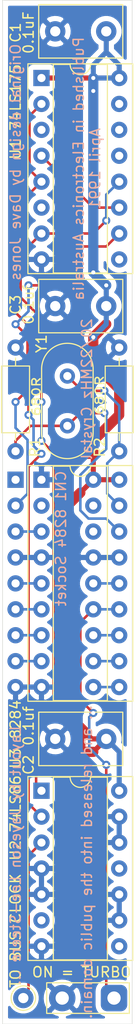
<source format=kicad_pcb>
(kicad_pcb (version 20171130) (host pcbnew "(5.1.9)-1")

  (general
    (thickness 1.6)
    (drawings 8)
    (tracks 161)
    (zones 0)
    (modules 12)
    (nets 30)
  )

  (page A4)
  (layers
    (0 F.Cu signal)
    (31 B.Cu signal)
    (32 B.Adhes user)
    (33 F.Adhes user)
    (34 B.Paste user)
    (35 F.Paste user)
    (36 B.SilkS user)
    (37 F.SilkS user)
    (38 B.Mask user)
    (39 F.Mask user)
    (40 Dwgs.User user)
    (41 Cmts.User user)
    (42 Eco1.User user)
    (43 Eco2.User user)
    (44 Edge.Cuts user)
    (45 Margin user)
    (46 B.CrtYd user)
    (47 F.CrtYd user)
    (48 B.Fab user)
    (49 F.Fab user)
  )

  (setup
    (last_trace_width 0.25)
    (user_trace_width 0.25)
    (user_trace_width 0.5)
    (user_trace_width 0.75)
    (user_trace_width 1)
    (trace_clearance 0.25)
    (zone_clearance 0.508)
    (zone_45_only no)
    (trace_min 0.2)
    (via_size 0.8)
    (via_drill 0.4)
    (via_min_size 0.4)
    (via_min_drill 0.3)
    (uvia_size 0.3)
    (uvia_drill 0.1)
    (uvias_allowed no)
    (uvia_min_size 0.2)
    (uvia_min_drill 0.1)
    (edge_width 0.05)
    (segment_width 0.2)
    (pcb_text_width 0.3)
    (pcb_text_size 1.5 1.5)
    (mod_edge_width 0.12)
    (mod_text_size 1 1)
    (mod_text_width 0.15)
    (pad_size 1.524 1.524)
    (pad_drill 0.762)
    (pad_to_mask_clearance 0)
    (aux_axis_origin 0 0)
    (visible_elements 7FFFFFFF)
    (pcbplotparams
      (layerselection 0x010fc_ffffffff)
      (usegerberextensions false)
      (usegerberattributes true)
      (usegerberadvancedattributes true)
      (creategerberjobfile true)
      (excludeedgelayer true)
      (linewidth 0.100000)
      (plotframeref false)
      (viasonmask false)
      (mode 1)
      (useauxorigin false)
      (hpglpennumber 1)
      (hpglpenspeed 20)
      (hpglpendiameter 15.000000)
      (psnegative false)
      (psa4output false)
      (plotreference true)
      (plotvalue true)
      (plotinvisibletext false)
      (padsonsilk false)
      (subtractmaskfromsilk false)
      (outputformat 1)
      (mirror false)
      (drillshape 1)
      (scaleselection 1)
      (outputdirectory ""))
  )

  (net 0 "")
  (net 1 GND)
  (net 2 VCC)
  (net 3 "Net-(CN1-Pad8)")
  (net 4 "Net-(CN1-Pad7)")
  (net 5 "Net-(CN1-Pad6)")
  (net 6 "Net-(CN1-Pad14)")
  (net 7 "Net-(CN1-Pad5)")
  (net 8 "Net-(CN1-Pad13)")
  (net 9 "Net-(CN1-Pad12)")
  (net 10 "Net-(CN1-Pad3)")
  (net 11 "Net-(CN1-Pad11)")
  (net 12 "Net-(CN1-Pad2)")
  (net 13 "Net-(CN1-Pad10)")
  (net 14 "Net-(J1-Pad1)")
  (net 15 "Net-(R1-Pad2)")
  (net 16 "Net-(R2-Pad2)")
  (net 17 "Net-(U1-Pad12)")
  (net 18 "Net-(U1-Pad2)")
  (net 19 "Net-(U1-Pad11)")
  (net 20 "Net-(CN1-Pad17)")
  (net 21 "Net-(CN1-Pad16)")
  (net 22 "Net-(U1-Pad15)")
  (net 23 "Net-(U1-Pad14)")
  (net 24 "Net-(U1-Pad6)")
  (net 25 "Net-(U1-Pad3)")
  (net 26 "Net-(U2-Pad6)")
  (net 27 "Net-(U2-Pad11)")
  (net 28 "Net-(U2-Pad8)")
  (net 29 "Net-(U3-Pad2)")

  (net_class Default "This is the default net class."
    (clearance 0.25)
    (trace_width 0.25)
    (via_dia 0.8)
    (via_drill 0.4)
    (uvia_dia 0.3)
    (uvia_drill 0.1)
    (add_net "Net-(CN1-Pad10)")
    (add_net "Net-(CN1-Pad11)")
    (add_net "Net-(CN1-Pad12)")
    (add_net "Net-(CN1-Pad13)")
    (add_net "Net-(CN1-Pad14)")
    (add_net "Net-(CN1-Pad16)")
    (add_net "Net-(CN1-Pad17)")
    (add_net "Net-(CN1-Pad2)")
    (add_net "Net-(CN1-Pad3)")
    (add_net "Net-(CN1-Pad5)")
    (add_net "Net-(CN1-Pad6)")
    (add_net "Net-(CN1-Pad7)")
    (add_net "Net-(CN1-Pad8)")
    (add_net "Net-(J1-Pad1)")
    (add_net "Net-(R1-Pad2)")
    (add_net "Net-(R2-Pad2)")
    (add_net "Net-(U1-Pad11)")
    (add_net "Net-(U1-Pad12)")
    (add_net "Net-(U1-Pad14)")
    (add_net "Net-(U1-Pad15)")
    (add_net "Net-(U1-Pad2)")
    (add_net "Net-(U1-Pad3)")
    (add_net "Net-(U1-Pad6)")
    (add_net "Net-(U2-Pad11)")
    (add_net "Net-(U2-Pad6)")
    (add_net "Net-(U2-Pad8)")
    (add_net "Net-(U3-Pad2)")
  )

  (net_class Power ""
    (clearance 0.2)
    (trace_width 0.5)
    (via_dia 0.8)
    (via_drill 0.4)
    (uvia_dia 0.3)
    (uvia_drill 0.1)
    (add_net GND)
    (add_net VCC)
  )

  (module Package_DIP:DIP-18_W7.62mm_Socket (layer F.Cu) (tedit 6013F7B9) (tstamp 6014DB4F)
    (at 143.51 97.79)
    (descr "18-lead though-hole mounted DIP package, row spacing 7.62 mm (300 mils), Socket")
    (tags "THT DIP DIL PDIP 2.54mm 7.62mm 300mil Socket")
    (path /60139819)
    (fp_text reference CN1 (at 4.445 0.635 90) (layer B.SilkS)
      (effects (font (size 1 1) (thickness 0.15)) (justify mirror))
    )
    (fp_text value "8284 Socket" (at 4.445 7.62 90) (layer B.SilkS)
      (effects (font (size 1 1) (thickness 0.15)) (justify mirror))
    )
    (pad 18 thru_hole oval (at 7.62 0) (size 1.6 1.6) (drill 0.8) (layers *.Cu *.Mask)
      (net 2 VCC))
    (pad 9 thru_hole oval (at 0 20.32) (size 1.6 1.6) (drill 0.8) (layers *.Cu *.Mask)
      (net 1 GND))
    (pad 17 thru_hole oval (at 7.62 2.54) (size 1.6 1.6) (drill 0.8) (layers *.Cu *.Mask)
      (net 20 "Net-(CN1-Pad17)"))
    (pad 8 thru_hole oval (at 0 17.78) (size 1.6 1.6) (drill 0.8) (layers *.Cu *.Mask)
      (net 3 "Net-(CN1-Pad8)"))
    (pad 16 thru_hole oval (at 7.62 5.08) (size 1.6 1.6) (drill 0.8) (layers *.Cu *.Mask)
      (net 21 "Net-(CN1-Pad16)"))
    (pad 7 thru_hole oval (at 0 15.24) (size 1.6 1.6) (drill 0.8) (layers *.Cu *.Mask)
      (net 4 "Net-(CN1-Pad7)"))
    (pad 15 thru_hole oval (at 7.62 7.62) (size 1.6 1.6) (drill 0.8) (layers *.Cu *.Mask)
      (net 1 GND))
    (pad 6 thru_hole oval (at 0 12.7) (size 1.6 1.6) (drill 0.8) (layers *.Cu *.Mask)
      (net 5 "Net-(CN1-Pad6)"))
    (pad 14 thru_hole oval (at 7.62 10.16) (size 1.6 1.6) (drill 0.8) (layers *.Cu *.Mask)
      (net 6 "Net-(CN1-Pad14)"))
    (pad 5 thru_hole oval (at 0 10.16) (size 1.6 1.6) (drill 0.8) (layers *.Cu *.Mask)
      (net 7 "Net-(CN1-Pad5)"))
    (pad 13 thru_hole oval (at 7.62 12.7) (size 1.6 1.6) (drill 0.8) (layers *.Cu *.Mask)
      (net 8 "Net-(CN1-Pad13)"))
    (pad 4 thru_hole oval (at 0 7.62) (size 1.6 1.6) (drill 0.8) (layers *.Cu *.Mask)
      (net 1 GND))
    (pad 12 thru_hole oval (at 7.62 15.24) (size 1.6 1.6) (drill 0.8) (layers *.Cu *.Mask)
      (net 9 "Net-(CN1-Pad12)"))
    (pad 3 thru_hole oval (at 0 5.08) (size 1.6 1.6) (drill 0.8) (layers *.Cu *.Mask)
      (net 10 "Net-(CN1-Pad3)"))
    (pad 11 thru_hole oval (at 7.62 17.78) (size 1.6 1.6) (drill 0.8) (layers *.Cu *.Mask)
      (net 11 "Net-(CN1-Pad11)"))
    (pad 2 thru_hole oval (at 0 2.54) (size 1.6 1.6) (drill 0.8) (layers *.Cu *.Mask)
      (net 12 "Net-(CN1-Pad2)"))
    (pad 10 thru_hole oval (at 7.62 20.32) (size 1.6 1.6) (drill 0.8) (layers *.Cu *.Mask)
      (net 13 "Net-(CN1-Pad10)"))
    (pad 1 thru_hole rect (at 0 0) (size 1.6 1.6) (drill 0.8) (layers *.Cu *.Mask)
      (net 1 GND))
    (model ${KISYS3DMOD}/Connector_PinHeader_2.54mm.3dshapes/PinHeader_1x09_P2.54mm_Vertical.wrl
      (offset (xyz 0 0 -1.8))
      (scale (xyz 1 1 1))
      (rotate (xyz 0 180 0))
    )
    (model ${KISYS3DMOD}/Connector_PinHeader_2.54mm.3dshapes/PinHeader_1x09_P2.54mm_Vertical.wrl
      (offset (xyz 7.62 0 -1.8))
      (scale (xyz 1 1 1))
      (rotate (xyz 0 180 0))
    )
  )

  (module Resistor_THT:R_Axial_DIN0207_L6.3mm_D2.5mm_P10.16mm_Horizontal (layer F.Cu) (tedit 5AE5139B) (tstamp 6014DE5E)
    (at 153.67 84.836 270)
    (descr "Resistor, Axial_DIN0207 series, Axial, Horizontal, pin pitch=10.16mm, 0.25W = 1/4W, length*diameter=6.3*2.5mm^2, http://cdn-reichelt.de/documents/datenblatt/B400/1_4W%23YAG.pdf")
    (tags "Resistor Axial_DIN0207 series Axial Horizontal pin pitch 10.16mm 0.25W = 1/4W length 6.3mm diameter 2.5mm")
    (path /601AB940)
    (fp_text reference R2 (at 9.779 1.905 270) (layer F.SilkS)
      (effects (font (size 1 1) (thickness 0.15)))
    )
    (fp_text value 680R (at 4.6736 1.9304 90) (layer F.SilkS)
      (effects (font (size 0.8 1) (thickness 0.15)))
    )
    (fp_line (start 1.93 -1.25) (end 1.93 1.25) (layer F.Fab) (width 0.1))
    (fp_line (start 1.93 1.25) (end 8.23 1.25) (layer F.Fab) (width 0.1))
    (fp_line (start 8.23 1.25) (end 8.23 -1.25) (layer F.Fab) (width 0.1))
    (fp_line (start 8.23 -1.25) (end 1.93 -1.25) (layer F.Fab) (width 0.1))
    (fp_line (start 0 0) (end 1.93 0) (layer F.Fab) (width 0.1))
    (fp_line (start 10.16 0) (end 8.23 0) (layer F.Fab) (width 0.1))
    (fp_line (start 1.81 -1.37) (end 1.81 1.37) (layer F.SilkS) (width 0.12))
    (fp_line (start 1.81 1.37) (end 8.35 1.37) (layer F.SilkS) (width 0.12))
    (fp_line (start 8.35 1.37) (end 8.35 -1.37) (layer F.SilkS) (width 0.12))
    (fp_line (start 8.35 -1.37) (end 1.81 -1.37) (layer F.SilkS) (width 0.12))
    (fp_line (start 1.04 0) (end 1.81 0) (layer F.SilkS) (width 0.12))
    (fp_line (start 9.12 0) (end 8.35 0) (layer F.SilkS) (width 0.12))
    (fp_line (start -1.05 -1.5) (end -1.05 1.5) (layer F.CrtYd) (width 0.05))
    (fp_line (start -1.05 1.5) (end 11.21 1.5) (layer F.CrtYd) (width 0.05))
    (fp_line (start 11.21 1.5) (end 11.21 -1.5) (layer F.CrtYd) (width 0.05))
    (fp_line (start 11.21 -1.5) (end -1.05 -1.5) (layer F.CrtYd) (width 0.05))
    (pad 2 thru_hole oval (at 10.16 0 270) (size 1.6 1.6) (drill 0.8) (layers *.Cu *.Mask)
      (net 16 "Net-(R2-Pad2)"))
    (pad 1 thru_hole circle (at 0 0 270) (size 1.6 1.6) (drill 0.8) (layers *.Cu *.Mask)
      (net 1 GND))
    (model ${KISYS3DMOD}/Resistor_THT.3dshapes/R_Axial_DIN0207_L6.3mm_D2.5mm_P10.16mm_Horizontal.wrl
      (at (xyz 0 0 0))
      (scale (xyz 1 1 1))
      (rotate (xyz 0 0 0))
    )
  )

  (module Resistor_THT:R_Axial_DIN0207_L6.3mm_D2.5mm_P10.16mm_Horizontal (layer F.Cu) (tedit 5AE5139B) (tstamp 6014DE1F)
    (at 143.51 84.836 270)
    (descr "Resistor, Axial_DIN0207 series, Axial, Horizontal, pin pitch=10.16mm, 0.25W = 1/4W, length*diameter=6.3*2.5mm^2, http://cdn-reichelt.de/documents/datenblatt/B400/1_4W%23YAG.pdf")
    (tags "Resistor Axial_DIN0207 series Axial Horizontal pin pitch 10.16mm 0.25W = 1/4W length 6.3mm diameter 2.5mm")
    (path /601ACEA5)
    (fp_text reference R1 (at 9.779 -1.905 90) (layer F.SilkS)
      (effects (font (size 1 1) (thickness 0.15)))
    )
    (fp_text value 680R (at 4.8006 -2.032 90) (layer F.SilkS)
      (effects (font (size 0.8 1) (thickness 0.15)))
    )
    (fp_line (start 1.93 -1.25) (end 1.93 1.25) (layer F.Fab) (width 0.1))
    (fp_line (start 1.93 1.25) (end 8.23 1.25) (layer F.Fab) (width 0.1))
    (fp_line (start 8.23 1.25) (end 8.23 -1.25) (layer F.Fab) (width 0.1))
    (fp_line (start 8.23 -1.25) (end 1.93 -1.25) (layer F.Fab) (width 0.1))
    (fp_line (start 0 0) (end 1.93 0) (layer F.Fab) (width 0.1))
    (fp_line (start 10.16 0) (end 8.23 0) (layer F.Fab) (width 0.1))
    (fp_line (start 1.81 -1.37) (end 1.81 1.37) (layer F.SilkS) (width 0.12))
    (fp_line (start 1.81 1.37) (end 8.35 1.37) (layer F.SilkS) (width 0.12))
    (fp_line (start 8.35 1.37) (end 8.35 -1.37) (layer F.SilkS) (width 0.12))
    (fp_line (start 8.35 -1.37) (end 1.81 -1.37) (layer F.SilkS) (width 0.12))
    (fp_line (start 1.04 0) (end 1.81 0) (layer F.SilkS) (width 0.12))
    (fp_line (start 9.12 0) (end 8.35 0) (layer F.SilkS) (width 0.12))
    (fp_line (start -1.05 -1.5) (end -1.05 1.5) (layer F.CrtYd) (width 0.05))
    (fp_line (start -1.05 1.5) (end 11.21 1.5) (layer F.CrtYd) (width 0.05))
    (fp_line (start 11.21 1.5) (end 11.21 -1.5) (layer F.CrtYd) (width 0.05))
    (fp_line (start 11.21 -1.5) (end -1.05 -1.5) (layer F.CrtYd) (width 0.05))
    (pad 2 thru_hole oval (at 10.16 0 270) (size 1.6 1.6) (drill 0.8) (layers *.Cu *.Mask)
      (net 15 "Net-(R1-Pad2)"))
    (pad 1 thru_hole circle (at 0 0 270) (size 1.6 1.6) (drill 0.8) (layers *.Cu *.Mask)
      (net 1 GND))
    (model ${KISYS3DMOD}/Resistor_THT.3dshapes/R_Axial_DIN0207_L6.3mm_D2.5mm_P10.16mm_Horizontal.wrl
      (at (xyz 0 0 0))
      (scale (xyz 1 1 1))
      (rotate (xyz 0 0 0))
    )
  )

  (module Crystal:Crystal_HC49-U_Vertical (layer F.Cu) (tedit 5A1AD3B8) (tstamp 6014DBEB)
    (at 148.59 87.63 270)
    (descr "Crystal THT HC-49/U http://5hertz.com/pdfs/04404_D.pdf")
    (tags "THT crystalHC-49/U")
    (path /601A9CA7)
    (fp_text reference Y1 (at -3.175 2.54 270) (layer F.SilkS)
      (effects (font (size 1 1) (thickness 0.15)))
    )
    (fp_text value "20/22MHz Crystal" (at 1.27 -1.905 90) (layer B.SilkS)
      (effects (font (size 1 1) (thickness 0.15)) (justify mirror))
    )
    (fp_line (start 8.4 -2.8) (end -3.5 -2.8) (layer F.CrtYd) (width 0.05))
    (fp_line (start 8.4 2.8) (end 8.4 -2.8) (layer F.CrtYd) (width 0.05))
    (fp_line (start -3.5 2.8) (end 8.4 2.8) (layer F.CrtYd) (width 0.05))
    (fp_line (start -3.5 -2.8) (end -3.5 2.8) (layer F.CrtYd) (width 0.05))
    (fp_line (start -0.685 2.525) (end 5.565 2.525) (layer F.SilkS) (width 0.12))
    (fp_line (start -0.685 -2.525) (end 5.565 -2.525) (layer F.SilkS) (width 0.12))
    (fp_line (start -0.56 2) (end 5.44 2) (layer F.Fab) (width 0.1))
    (fp_line (start -0.56 -2) (end 5.44 -2) (layer F.Fab) (width 0.1))
    (fp_line (start -0.685 2.325) (end 5.565 2.325) (layer F.Fab) (width 0.1))
    (fp_line (start -0.685 -2.325) (end 5.565 -2.325) (layer F.Fab) (width 0.1))
    (fp_arc (start 5.565 0) (end 5.565 -2.525) (angle 180) (layer F.SilkS) (width 0.12))
    (fp_arc (start -0.685 0) (end -0.685 -2.525) (angle -180) (layer F.SilkS) (width 0.12))
    (fp_arc (start 5.44 0) (end 5.44 -2) (angle 180) (layer F.Fab) (width 0.1))
    (fp_arc (start -0.56 0) (end -0.56 -2) (angle -180) (layer F.Fab) (width 0.1))
    (fp_arc (start 5.565 0) (end 5.565 -2.325) (angle 180) (layer F.Fab) (width 0.1))
    (fp_arc (start -0.685 0) (end -0.685 -2.325) (angle -180) (layer F.Fab) (width 0.1))
    (pad 2 thru_hole circle (at 4.88 0 270) (size 1.5 1.5) (drill 0.8) (layers *.Cu *.Mask)
      (net 15 "Net-(R1-Pad2)"))
    (pad 1 thru_hole circle (at 0 0 270) (size 1.5 1.5) (drill 0.8) (layers *.Cu *.Mask)
      (net 16 "Net-(R2-Pad2)"))
    (model ${KISYS3DMOD}/Crystal.3dshapes/Crystal_HC49-U_Vertical.wrl
      (at (xyz 0 0 0))
      (scale (xyz 1 1 1))
      (rotate (xyz 0 0 0))
    )
  )

  (module Package_DIP:DIP-18_W7.62mm_Socket (layer F.Cu) (tedit 5A02E8C5) (tstamp 6014DC74)
    (at 146.05 97.79)
    (descr "18-lead though-hole mounted DIP package, row spacing 7.62 mm (300 mils), Socket")
    (tags "THT DIP DIL PDIP 2.54mm 7.62mm 300mil Socket")
    (path /6013BC58)
    (fp_text reference U3 (at -2.54 27.305 90) (layer F.SilkS)
      (effects (font (size 1 1) (thickness 0.15)))
    )
    (fp_text value 8284 (at -2.54 23.495 90) (layer F.SilkS)
      (effects (font (size 1 1) (thickness 0.15)))
    )
    (fp_line (start 9.15 -1.6) (end -1.55 -1.6) (layer F.CrtYd) (width 0.05))
    (fp_line (start 9.15 21.9) (end 9.15 -1.6) (layer F.CrtYd) (width 0.05))
    (fp_line (start -1.55 21.9) (end 9.15 21.9) (layer F.CrtYd) (width 0.05))
    (fp_line (start -1.55 -1.6) (end -1.55 21.9) (layer F.CrtYd) (width 0.05))
    (fp_line (start 8.95 -1.39) (end -1.33 -1.39) (layer F.SilkS) (width 0.12))
    (fp_line (start 8.95 21.71) (end 8.95 -1.39) (layer F.SilkS) (width 0.12))
    (fp_line (start -1.33 21.71) (end 8.95 21.71) (layer F.SilkS) (width 0.12))
    (fp_line (start -1.33 -1.39) (end -1.33 21.71) (layer F.SilkS) (width 0.12))
    (fp_line (start 6.46 -1.33) (end 4.81 -1.33) (layer F.SilkS) (width 0.12))
    (fp_line (start 6.46 21.65) (end 6.46 -1.33) (layer F.SilkS) (width 0.12))
    (fp_line (start 1.16 21.65) (end 6.46 21.65) (layer F.SilkS) (width 0.12))
    (fp_line (start 1.16 -1.33) (end 1.16 21.65) (layer F.SilkS) (width 0.12))
    (fp_line (start 2.81 -1.33) (end 1.16 -1.33) (layer F.SilkS) (width 0.12))
    (fp_line (start 8.89 -1.33) (end -1.27 -1.33) (layer F.Fab) (width 0.1))
    (fp_line (start 8.89 21.65) (end 8.89 -1.33) (layer F.Fab) (width 0.1))
    (fp_line (start -1.27 21.65) (end 8.89 21.65) (layer F.Fab) (width 0.1))
    (fp_line (start -1.27 -1.33) (end -1.27 21.65) (layer F.Fab) (width 0.1))
    (fp_line (start 0.635 -0.27) (end 1.635 -1.27) (layer F.Fab) (width 0.1))
    (fp_line (start 0.635 21.59) (end 0.635 -0.27) (layer F.Fab) (width 0.1))
    (fp_line (start 6.985 21.59) (end 0.635 21.59) (layer F.Fab) (width 0.1))
    (fp_line (start 6.985 -1.27) (end 6.985 21.59) (layer F.Fab) (width 0.1))
    (fp_line (start 1.635 -1.27) (end 6.985 -1.27) (layer F.Fab) (width 0.1))
    (fp_arc (start 3.81 -1.33) (end 2.81 -1.33) (angle -180) (layer F.SilkS) (width 0.12))
    (pad 18 thru_hole oval (at 7.62 0) (size 1.6 1.6) (drill 0.8) (layers *.Cu *.Mask)
      (net 2 VCC))
    (pad 9 thru_hole oval (at 0 20.32) (size 1.6 1.6) (drill 0.8) (layers *.Cu *.Mask)
      (net 1 GND))
    (pad 17 thru_hole oval (at 7.62 2.54) (size 1.6 1.6) (drill 0.8) (layers *.Cu *.Mask)
      (net 16 "Net-(R2-Pad2)"))
    (pad 8 thru_hole oval (at 0 17.78) (size 1.6 1.6) (drill 0.8) (layers *.Cu *.Mask)
      (net 3 "Net-(CN1-Pad8)"))
    (pad 16 thru_hole oval (at 7.62 5.08) (size 1.6 1.6) (drill 0.8) (layers *.Cu *.Mask)
      (net 15 "Net-(R1-Pad2)"))
    (pad 7 thru_hole oval (at 0 15.24) (size 1.6 1.6) (drill 0.8) (layers *.Cu *.Mask)
      (net 4 "Net-(CN1-Pad7)"))
    (pad 15 thru_hole oval (at 7.62 7.62) (size 1.6 1.6) (drill 0.8) (layers *.Cu *.Mask)
      (net 1 GND))
    (pad 6 thru_hole oval (at 0 12.7) (size 1.6 1.6) (drill 0.8) (layers *.Cu *.Mask)
      (net 5 "Net-(CN1-Pad6)"))
    (pad 14 thru_hole oval (at 7.62 10.16) (size 1.6 1.6) (drill 0.8) (layers *.Cu *.Mask)
      (net 6 "Net-(CN1-Pad14)"))
    (pad 5 thru_hole oval (at 0 10.16) (size 1.6 1.6) (drill 0.8) (layers *.Cu *.Mask)
      (net 7 "Net-(CN1-Pad5)"))
    (pad 13 thru_hole oval (at 7.62 12.7) (size 1.6 1.6) (drill 0.8) (layers *.Cu *.Mask)
      (net 8 "Net-(CN1-Pad13)"))
    (pad 4 thru_hole oval (at 0 7.62) (size 1.6 1.6) (drill 0.8) (layers *.Cu *.Mask)
      (net 1 GND))
    (pad 12 thru_hole oval (at 7.62 15.24) (size 1.6 1.6) (drill 0.8) (layers *.Cu *.Mask)
      (net 9 "Net-(CN1-Pad12)"))
    (pad 3 thru_hole oval (at 0 5.08) (size 1.6 1.6) (drill 0.8) (layers *.Cu *.Mask)
      (net 10 "Net-(CN1-Pad3)"))
    (pad 11 thru_hole oval (at 7.62 17.78) (size 1.6 1.6) (drill 0.8) (layers *.Cu *.Mask)
      (net 11 "Net-(CN1-Pad11)"))
    (pad 2 thru_hole oval (at 0 2.54) (size 1.6 1.6) (drill 0.8) (layers *.Cu *.Mask)
      (net 29 "Net-(U3-Pad2)"))
    (pad 10 thru_hole oval (at 7.62 20.32) (size 1.6 1.6) (drill 0.8) (layers *.Cu *.Mask)
      (net 13 "Net-(CN1-Pad10)"))
    (pad 1 thru_hole rect (at 0 0) (size 1.6 1.6) (drill 0.8) (layers *.Cu *.Mask)
      (net 1 GND))
    (model ${KISYS3DMOD}/Package_DIP.3dshapes/DIP-18_W7.62mm_Socket.wrl
      (at (xyz 0 0 0))
      (scale (xyz 1 1 1))
      (rotate (xyz 0 0 0))
    )
    (model ${KISYS3DMOD}/Package_DIP.3dshapes/DIP-18_W7.62mm.wrl
      (offset (xyz 0 0 4.05))
      (scale (xyz 1 1 1))
      (rotate (xyz 0 0 0))
    )
  )

  (module Package_DIP:DIP-14_W7.62mm_Socket (layer F.Cu) (tedit 5A02E8C5) (tstamp 6014DDA5)
    (at 146.05 128.27)
    (descr "14-lead though-hole mounted DIP package, row spacing 7.62 mm (300 mils), Socket")
    (tags "THT DIP DIL PDIP 2.54mm 7.62mm 300mil Socket")
    (path /6013EC4A)
    (fp_text reference U2 (at -2.54 5.842 270) (layer F.SilkS)
      (effects (font (size 1 1) (thickness 0.15)))
    )
    (fp_text value 74LS86 (at -2.54 1.27 90) (layer F.SilkS)
      (effects (font (size 1 1) (thickness 0.15)))
    )
    (fp_line (start 9.15 -1.6) (end -1.55 -1.6) (layer F.CrtYd) (width 0.05))
    (fp_line (start 9.15 16.85) (end 9.15 -1.6) (layer F.CrtYd) (width 0.05))
    (fp_line (start -1.55 16.85) (end 9.15 16.85) (layer F.CrtYd) (width 0.05))
    (fp_line (start -1.55 -1.6) (end -1.55 16.85) (layer F.CrtYd) (width 0.05))
    (fp_line (start 8.95 -1.39) (end -1.33 -1.39) (layer F.SilkS) (width 0.12))
    (fp_line (start 8.95 16.63) (end 8.95 -1.39) (layer F.SilkS) (width 0.12))
    (fp_line (start -1.33 16.63) (end 8.95 16.63) (layer F.SilkS) (width 0.12))
    (fp_line (start -1.33 -1.39) (end -1.33 16.63) (layer F.SilkS) (width 0.12))
    (fp_line (start 6.46 -1.33) (end 4.81 -1.33) (layer F.SilkS) (width 0.12))
    (fp_line (start 6.46 16.57) (end 6.46 -1.33) (layer F.SilkS) (width 0.12))
    (fp_line (start 1.16 16.57) (end 6.46 16.57) (layer F.SilkS) (width 0.12))
    (fp_line (start 1.16 -1.33) (end 1.16 16.57) (layer F.SilkS) (width 0.12))
    (fp_line (start 2.81 -1.33) (end 1.16 -1.33) (layer F.SilkS) (width 0.12))
    (fp_line (start 8.89 -1.33) (end -1.27 -1.33) (layer F.Fab) (width 0.1))
    (fp_line (start 8.89 16.57) (end 8.89 -1.33) (layer F.Fab) (width 0.1))
    (fp_line (start -1.27 16.57) (end 8.89 16.57) (layer F.Fab) (width 0.1))
    (fp_line (start -1.27 -1.33) (end -1.27 16.57) (layer F.Fab) (width 0.1))
    (fp_line (start 0.635 -0.27) (end 1.635 -1.27) (layer F.Fab) (width 0.1))
    (fp_line (start 0.635 16.51) (end 0.635 -0.27) (layer F.Fab) (width 0.1))
    (fp_line (start 6.985 16.51) (end 0.635 16.51) (layer F.Fab) (width 0.1))
    (fp_line (start 6.985 -1.27) (end 6.985 16.51) (layer F.Fab) (width 0.1))
    (fp_line (start 1.635 -1.27) (end 6.985 -1.27) (layer F.Fab) (width 0.1))
    (fp_arc (start 3.81 -1.33) (end 2.81 -1.33) (angle -180) (layer F.SilkS) (width 0.12))
    (pad 14 thru_hole oval (at 7.62 0) (size 1.6 1.6) (drill 0.8) (layers *.Cu *.Mask)
      (net 2 VCC))
    (pad 7 thru_hole oval (at 0 15.24) (size 1.6 1.6) (drill 0.8) (layers *.Cu *.Mask)
      (net 1 GND))
    (pad 13 thru_hole oval (at 7.62 2.54) (size 1.6 1.6) (drill 0.8) (layers *.Cu *.Mask)
      (net 1 GND))
    (pad 6 thru_hole oval (at 0 12.7) (size 1.6 1.6) (drill 0.8) (layers *.Cu *.Mask)
      (net 26 "Net-(U2-Pad6)"))
    (pad 12 thru_hole oval (at 7.62 5.08) (size 1.6 1.6) (drill 0.8) (layers *.Cu *.Mask)
      (net 1 GND))
    (pad 5 thru_hole oval (at 0 10.16) (size 1.6 1.6) (drill 0.8) (layers *.Cu *.Mask)
      (net 1 GND))
    (pad 11 thru_hole oval (at 7.62 7.62) (size 1.6 1.6) (drill 0.8) (layers *.Cu *.Mask)
      (net 27 "Net-(U2-Pad11)"))
    (pad 4 thru_hole oval (at 0 7.62) (size 1.6 1.6) (drill 0.8) (layers *.Cu *.Mask)
      (net 1 GND))
    (pad 10 thru_hole oval (at 7.62 10.16) (size 1.6 1.6) (drill 0.8) (layers *.Cu *.Mask)
      (net 1 GND))
    (pad 3 thru_hole oval (at 0 5.08) (size 1.6 1.6) (drill 0.8) (layers *.Cu *.Mask)
      (net 14 "Net-(J1-Pad1)"))
    (pad 9 thru_hole oval (at 7.62 12.7) (size 1.6 1.6) (drill 0.8) (layers *.Cu *.Mask)
      (net 1 GND))
    (pad 2 thru_hole oval (at 0 2.54) (size 1.6 1.6) (drill 0.8) (layers *.Cu *.Mask)
      (net 18 "Net-(U1-Pad2)"))
    (pad 8 thru_hole oval (at 7.62 15.24) (size 1.6 1.6) (drill 0.8) (layers *.Cu *.Mask)
      (net 28 "Net-(U2-Pad8)"))
    (pad 1 thru_hole rect (at 0 0) (size 1.6 1.6) (drill 0.8) (layers *.Cu *.Mask)
      (net 17 "Net-(U1-Pad12)"))
    (model ${KISYS3DMOD}/Package_DIP.3dshapes/DIP-14_W7.62mm_Socket.wrl
      (at (xyz 0 0 0))
      (scale (xyz 1 1 1))
      (rotate (xyz 0 0 0))
    )
    (model ${KISYS3DMOD}/Package_DIP.3dshapes/DIP-14_W7.62mm.wrl
      (offset (xyz 0 0 4.05))
      (scale (xyz 1 1 1))
      (rotate (xyz 0 0 0))
    )
  )

  (module Package_DIP:DIP-16_W7.62mm_Socket (layer F.Cu) (tedit 5A02E8C5) (tstamp 6014DCF6)
    (at 146.05 58.42)
    (descr "16-lead though-hole mounted DIP package, row spacing 7.62 mm (300 mils), Socket")
    (tags "THT DIP DIL PDIP 2.54mm 7.62mm 300mil Socket")
    (path /6013C9F0)
    (fp_text reference U1 (at -2.54 6.985 90) (layer F.SilkS)
      (effects (font (size 1 1) (thickness 0.15)))
    )
    (fp_text value 74LS175 (at -2.54 1.905 90) (layer F.SilkS)
      (effects (font (size 1 1) (thickness 0.15)))
    )
    (fp_line (start 9.15 -1.6) (end -1.55 -1.6) (layer F.CrtYd) (width 0.05))
    (fp_line (start 9.15 19.4) (end 9.15 -1.6) (layer F.CrtYd) (width 0.05))
    (fp_line (start -1.55 19.4) (end 9.15 19.4) (layer F.CrtYd) (width 0.05))
    (fp_line (start -1.55 -1.6) (end -1.55 19.4) (layer F.CrtYd) (width 0.05))
    (fp_line (start 8.95 -1.39) (end -1.33 -1.39) (layer F.SilkS) (width 0.12))
    (fp_line (start 8.95 19.17) (end 8.95 -1.39) (layer F.SilkS) (width 0.12))
    (fp_line (start -1.33 19.17) (end 8.95 19.17) (layer F.SilkS) (width 0.12))
    (fp_line (start -1.33 -1.39) (end -1.33 19.17) (layer F.SilkS) (width 0.12))
    (fp_line (start 6.46 -1.33) (end 4.81 -1.33) (layer F.SilkS) (width 0.12))
    (fp_line (start 6.46 19.11) (end 6.46 -1.33) (layer F.SilkS) (width 0.12))
    (fp_line (start 1.16 19.11) (end 6.46 19.11) (layer F.SilkS) (width 0.12))
    (fp_line (start 1.16 -1.33) (end 1.16 19.11) (layer F.SilkS) (width 0.12))
    (fp_line (start 2.81 -1.33) (end 1.16 -1.33) (layer F.SilkS) (width 0.12))
    (fp_line (start 8.89 -1.33) (end -1.27 -1.33) (layer F.Fab) (width 0.1))
    (fp_line (start 8.89 19.11) (end 8.89 -1.33) (layer F.Fab) (width 0.1))
    (fp_line (start -1.27 19.11) (end 8.89 19.11) (layer F.Fab) (width 0.1))
    (fp_line (start -1.27 -1.33) (end -1.27 19.11) (layer F.Fab) (width 0.1))
    (fp_line (start 0.635 -0.27) (end 1.635 -1.27) (layer F.Fab) (width 0.1))
    (fp_line (start 0.635 19.05) (end 0.635 -0.27) (layer F.Fab) (width 0.1))
    (fp_line (start 6.985 19.05) (end 0.635 19.05) (layer F.Fab) (width 0.1))
    (fp_line (start 6.985 -1.27) (end 6.985 19.05) (layer F.Fab) (width 0.1))
    (fp_line (start 1.635 -1.27) (end 6.985 -1.27) (layer F.Fab) (width 0.1))
    (fp_arc (start 3.81 -1.33) (end 2.81 -1.33) (angle -180) (layer F.SilkS) (width 0.12))
    (pad 16 thru_hole oval (at 7.62 0) (size 1.6 1.6) (drill 0.8) (layers *.Cu *.Mask)
      (net 2 VCC))
    (pad 8 thru_hole oval (at 0 17.78) (size 1.6 1.6) (drill 0.8) (layers *.Cu *.Mask)
      (net 1 GND))
    (pad 15 thru_hole oval (at 7.62 2.54) (size 1.6 1.6) (drill 0.8) (layers *.Cu *.Mask)
      (net 22 "Net-(U1-Pad15)"))
    (pad 7 thru_hole oval (at 0 15.24) (size 1.6 1.6) (drill 0.8) (layers *.Cu *.Mask)
      (net 17 "Net-(U1-Pad12)"))
    (pad 14 thru_hole oval (at 7.62 5.08) (size 1.6 1.6) (drill 0.8) (layers *.Cu *.Mask)
      (net 23 "Net-(U1-Pad14)"))
    (pad 6 thru_hole oval (at 0 12.7) (size 1.6 1.6) (drill 0.8) (layers *.Cu *.Mask)
      (net 24 "Net-(U1-Pad6)"))
    (pad 13 thru_hole oval (at 7.62 7.62) (size 1.6 1.6) (drill 0.8) (layers *.Cu *.Mask)
      (net 1 GND))
    (pad 5 thru_hole oval (at 0 10.16) (size 1.6 1.6) (drill 0.8) (layers *.Cu *.Mask)
      (net 18 "Net-(U1-Pad2)"))
    (pad 12 thru_hole oval (at 7.62 10.16) (size 1.6 1.6) (drill 0.8) (layers *.Cu *.Mask)
      (net 17 "Net-(U1-Pad12)"))
    (pad 4 thru_hole oval (at 0 7.62) (size 1.6 1.6) (drill 0.8) (layers *.Cu *.Mask)
      (net 19 "Net-(U1-Pad11)"))
    (pad 11 thru_hole oval (at 7.62 12.7) (size 1.6 1.6) (drill 0.8) (layers *.Cu *.Mask)
      (net 19 "Net-(U1-Pad11)"))
    (pad 3 thru_hole oval (at 0 5.08) (size 1.6 1.6) (drill 0.8) (layers *.Cu *.Mask)
      (net 25 "Net-(U1-Pad3)"))
    (pad 10 thru_hole oval (at 7.62 15.24) (size 1.6 1.6) (drill 0.8) (layers *.Cu *.Mask)
      (net 12 "Net-(CN1-Pad2)"))
    (pad 2 thru_hole oval (at 0 2.54) (size 1.6 1.6) (drill 0.8) (layers *.Cu *.Mask)
      (net 18 "Net-(U1-Pad2)"))
    (pad 9 thru_hole oval (at 7.62 17.78) (size 1.6 1.6) (drill 0.8) (layers *.Cu *.Mask)
      (net 6 "Net-(CN1-Pad14)"))
    (pad 1 thru_hole rect (at 0 0) (size 1.6 1.6) (drill 0.8) (layers *.Cu *.Mask)
      (net 2 VCC))
    (model ${KISYS3DMOD}/Package_DIP.3dshapes/DIP-16_W7.62mm_Socket.wrl
      (at (xyz 0 0 0))
      (scale (xyz 1 1 1))
      (rotate (xyz 0 0 0))
    )
    (model ${KISYS3DMOD}/Package_DIP.3dshapes/DIP-16_W7.62mm.wrl
      (offset (xyz 0 0 4.04))
      (scale (xyz 1 1 1))
      (rotate (xyz 0 0 0))
    )
  )

  (module TestPoint:TestPoint_2Pads_Pitch5.08mm_Drill1.3mm (layer F.Cu) (tedit 5BD71EB4) (tstamp 6014DB87)
    (at 153.162 148.59 180)
    (descr "Test point with 2 pads, pitch 5.08mm, hole diameter 1.3mm, wire diameter 1.0mm")
    (tags "CONN DEV")
    (path /601CDF9F)
    (attr virtual)
    (fp_text reference SW1 (at 2.794 5.842) (layer F.Fab)
      (effects (font (size 1 1) (thickness 0.15)))
    )
    (fp_text value "ON = TURBO" (at 3.175 2.54) (layer F.SilkS)
      (effects (font (size 1 1) (thickness 0.15)))
    )
    (fp_line (start 6.6 1.5) (end -1.5 1.5) (layer F.SilkS) (width 0.12))
    (fp_line (start -1.5 -1.5) (end 6.6 -1.5) (layer F.SilkS) (width 0.12))
    (fp_line (start 6.6 1.5) (end 6.6 -1.5) (layer F.SilkS) (width 0.12))
    (fp_line (start -1.5 -1.5) (end -1.5 1.5) (layer F.SilkS) (width 0.12))
    (fp_line (start 5.08 0) (end 0 0) (layer F.Fab) (width 0.1))
    (fp_line (start -1.8 -1.8) (end 6.88 -1.8) (layer F.CrtYd) (width 0.05))
    (fp_line (start -1.8 -1.8) (end -1.8 1.8) (layer F.CrtYd) (width 0.05))
    (fp_line (start 6.88 1.8) (end 6.88 -1.8) (layer F.CrtYd) (width 0.05))
    (fp_line (start 6.88 1.8) (end -1.8 1.8) (layer F.CrtYd) (width 0.05))
    (pad 2 thru_hole circle (at 5.08 0 180) (size 2.6 2.6) (drill 1.3) (layers *.Cu *.Mask)
      (net 1 GND))
    (pad 1 thru_hole roundrect (at 0 0 180) (size 2.6 2.6) (drill 1.3) (layers *.Cu *.Mask) (roundrect_rratio 0.25)
      (net 8 "Net-(CN1-Pad13)"))
  )

  (module TestPoint:TestPoint_THTPad_D2.0mm_Drill1.0mm (layer F.Cu) (tedit 5A0F774F) (tstamp 6014DDFB)
    (at 144.272 148.59)
    (descr "THT pad as test Point, diameter 2.0mm, hole diameter 1.0mm")
    (tags "test point THT pad")
    (path /601D9619)
    (attr virtual)
    (fp_text reference J1 (at 3.81 -5.08) (layer F.Fab)
      (effects (font (size 1 1) (thickness 0.15)))
    )
    (fp_text value "TO BUS CLOCK" (at -0.762 -6.604 90) (layer F.SilkS)
      (effects (font (size 1 1) (thickness 0.15)))
    )
    (fp_circle (center 0 0) (end 0 1.2) (layer F.SilkS) (width 0.12))
    (fp_circle (center 0 0) (end 1.5 0) (layer F.CrtYd) (width 0.05))
    (pad 1 thru_hole circle (at 0 0) (size 2 2) (drill 1) (layers *.Cu *.Mask)
      (net 14 "Net-(J1-Pad1)"))
  )

  (module Capacitor_THT:C_Disc_D8.0mm_W5.0mm_P5.00mm (layer F.Cu) (tedit 5AE50EF0) (tstamp 6014DC26)
    (at 152.4 80.772 180)
    (descr "C, Disc series, Radial, pin pitch=5.00mm, , diameter*width=8*5.0mm^2, Capacitor, http://www.vishay.com/docs/28535/vy2series.pdf")
    (tags "C Disc series Radial pin pitch 5.00mm  diameter 8mm width 5.0mm Capacitor")
    (path /601581A8)
    (fp_text reference C3 (at 8.89 0.127 90) (layer F.SilkS)
      (effects (font (size 1 1) (thickness 0.15)))
    )
    (fp_text value 0.1uf (at 7.62 0.127 90) (layer F.SilkS)
      (effects (font (size 1 1) (thickness 0.15)))
    )
    (fp_line (start 6.75 -2.75) (end -1.75 -2.75) (layer F.CrtYd) (width 0.05))
    (fp_line (start 6.75 2.75) (end 6.75 -2.75) (layer F.CrtYd) (width 0.05))
    (fp_line (start -1.75 2.75) (end 6.75 2.75) (layer F.CrtYd) (width 0.05))
    (fp_line (start -1.75 -2.75) (end -1.75 2.75) (layer F.CrtYd) (width 0.05))
    (fp_line (start 6.62 -2.62) (end 6.62 2.62) (layer F.SilkS) (width 0.12))
    (fp_line (start -1.62 -2.62) (end -1.62 2.62) (layer F.SilkS) (width 0.12))
    (fp_line (start -1.62 2.62) (end 6.62 2.62) (layer F.SilkS) (width 0.12))
    (fp_line (start -1.62 -2.62) (end 6.62 -2.62) (layer F.SilkS) (width 0.12))
    (fp_line (start 6.5 -2.5) (end -1.5 -2.5) (layer F.Fab) (width 0.1))
    (fp_line (start 6.5 2.5) (end 6.5 -2.5) (layer F.Fab) (width 0.1))
    (fp_line (start -1.5 2.5) (end 6.5 2.5) (layer F.Fab) (width 0.1))
    (fp_line (start -1.5 -2.5) (end -1.5 2.5) (layer F.Fab) (width 0.1))
    (pad 2 thru_hole circle (at 5 0 180) (size 2 2) (drill 1) (layers *.Cu *.Mask)
      (net 1 GND))
    (pad 1 thru_hole circle (at 0 0 180) (size 2 2) (drill 1) (layers *.Cu *.Mask)
      (net 2 VCC))
    (model ${KISYS3DMOD}/Capacitor_THT.3dshapes/C_Disc_D8.0mm_W5.0mm_P5.00mm.wrl
      (at (xyz 0 0 0))
      (scale (xyz 1 1 1))
      (rotate (xyz 0 0 0))
    )
  )

  (module Capacitor_THT:C_Disc_D8.0mm_W5.0mm_P5.00mm (layer F.Cu) (tedit 5AE50EF0) (tstamp 6014DD5B)
    (at 152.4 123.19 180)
    (descr "C, Disc series, Radial, pin pitch=5.00mm, , diameter*width=8*5.0mm^2, Capacitor, http://www.vishay.com/docs/28535/vy2series.pdf")
    (tags "C Disc series Radial pin pitch 5.00mm  diameter 8mm width 5.0mm Capacitor")
    (path /60157168)
    (fp_text reference C2 (at 7.62 -2.54 90) (layer F.SilkS)
      (effects (font (size 1 1) (thickness 0.15)))
    )
    (fp_text value 0.1uf (at 7.62 1.27 90) (layer F.SilkS)
      (effects (font (size 1 1) (thickness 0.15)))
    )
    (fp_line (start 6.75 -2.75) (end -1.75 -2.75) (layer F.CrtYd) (width 0.05))
    (fp_line (start 6.75 2.75) (end 6.75 -2.75) (layer F.CrtYd) (width 0.05))
    (fp_line (start -1.75 2.75) (end 6.75 2.75) (layer F.CrtYd) (width 0.05))
    (fp_line (start -1.75 -2.75) (end -1.75 2.75) (layer F.CrtYd) (width 0.05))
    (fp_line (start 6.62 -2.62) (end 6.62 2.62) (layer F.SilkS) (width 0.12))
    (fp_line (start -1.62 -2.62) (end -1.62 2.62) (layer F.SilkS) (width 0.12))
    (fp_line (start -1.62 2.62) (end 6.62 2.62) (layer F.SilkS) (width 0.12))
    (fp_line (start -1.62 -2.62) (end 6.62 -2.62) (layer F.SilkS) (width 0.12))
    (fp_line (start 6.5 -2.5) (end -1.5 -2.5) (layer F.Fab) (width 0.1))
    (fp_line (start 6.5 2.5) (end 6.5 -2.5) (layer F.Fab) (width 0.1))
    (fp_line (start -1.5 2.5) (end 6.5 2.5) (layer F.Fab) (width 0.1))
    (fp_line (start -1.5 -2.5) (end -1.5 2.5) (layer F.Fab) (width 0.1))
    (pad 2 thru_hole circle (at 5 0 180) (size 2 2) (drill 1) (layers *.Cu *.Mask)
      (net 1 GND))
    (pad 1 thru_hole circle (at 0 0 180) (size 2 2) (drill 1) (layers *.Cu *.Mask)
      (net 2 VCC))
    (model ${KISYS3DMOD}/Capacitor_THT.3dshapes/C_Disc_D8.0mm_W5.0mm_P5.00mm.wrl
      (at (xyz 0 0 0))
      (scale (xyz 1 1 1))
      (rotate (xyz 0 0 0))
    )
  )

  (module Capacitor_THT:C_Disc_D8.0mm_W5.0mm_P5.00mm (layer F.Cu) (tedit 5AE50EF0) (tstamp 6014DBB4)
    (at 152.4 53.848 180)
    (descr "C, Disc series, Radial, pin pitch=5.00mm, , diameter*width=8*5.0mm^2, Capacitor, http://www.vishay.com/docs/28535/vy2series.pdf")
    (tags "C Disc series Radial pin pitch 5.00mm  diameter 8mm width 5.0mm Capacitor")
    (path /6014F935)
    (fp_text reference C1 (at 8.89 -0.127 90) (layer F.SilkS)
      (effects (font (size 1 1) (thickness 0.15)))
    )
    (fp_text value 0.1uF (at 7.62 -0.127 90) (layer F.SilkS)
      (effects (font (size 1 1) (thickness 0.15)))
    )
    (fp_line (start 6.75 -2.75) (end -1.75 -2.75) (layer F.CrtYd) (width 0.05))
    (fp_line (start 6.75 2.75) (end 6.75 -2.75) (layer F.CrtYd) (width 0.05))
    (fp_line (start -1.75 2.75) (end 6.75 2.75) (layer F.CrtYd) (width 0.05))
    (fp_line (start -1.75 -2.75) (end -1.75 2.75) (layer F.CrtYd) (width 0.05))
    (fp_line (start 6.62 -2.62) (end 6.62 2.62) (layer F.SilkS) (width 0.12))
    (fp_line (start -1.62 -2.62) (end -1.62 2.62) (layer F.SilkS) (width 0.12))
    (fp_line (start -1.62 2.62) (end 6.62 2.62) (layer F.SilkS) (width 0.12))
    (fp_line (start -1.62 -2.62) (end 6.62 -2.62) (layer F.SilkS) (width 0.12))
    (fp_line (start 6.5 -2.5) (end -1.5 -2.5) (layer F.Fab) (width 0.1))
    (fp_line (start 6.5 2.5) (end 6.5 -2.5) (layer F.Fab) (width 0.1))
    (fp_line (start -1.5 2.5) (end 6.5 2.5) (layer F.Fab) (width 0.1))
    (fp_line (start -1.5 -2.5) (end -1.5 2.5) (layer F.Fab) (width 0.1))
    (pad 2 thru_hole circle (at 5 0 180) (size 2 2) (drill 1) (layers *.Cu *.Mask)
      (net 1 GND))
    (pad 1 thru_hole circle (at 0 0 180) (size 2 2) (drill 1) (layers *.Cu *.Mask)
      (net 2 VCC))
    (model ${KISYS3DMOD}/Capacitor_THT.3dshapes/C_Disc_D8.0mm_W5.0mm_P5.00mm.wrl
      (at (xyz 0 0 0))
      (scale (xyz 1 1 1))
      (rotate (xyz 0 0 0))
    )
  )

  (gr_text "... and released into the public domain." (at 150.495 135.255 90) (layer B.SilkS) (tstamp 6014DF04)
    (effects (font (size 1 1) (thickness 0.15)) (justify mirror))
  )
  (gr_text "Layout by Jayeson Lee-Steere ..." (at 143.51 134.62 90) (layer B.SilkS) (tstamp 6014DEB3)
    (effects (font (size 1 1) (thickness 0.15)) (justify mirror))
  )
  (gr_text "Published in Electronics Australia\nApril 1991" (at 150.495 67.31 90) (layer B.SilkS) (tstamp 6014DF01)
    (effects (font (size 1 1) (thickness 0.15)) (justify mirror))
  )
  (gr_text "Original design by Dave Jones" (at 143.51 66.675 90) (layer B.SilkS) (tstamp 6014DAEA)
    (effects (font (size 1 1) (thickness 0.15)) (justify mirror))
  )
  (gr_line (start 142.24 50.8) (end 142.24 151.13) (layer Edge.Cuts) (width 0.05) (tstamp 6014DAED))
  (gr_line (start 154.94 151.13) (end 142.24 151.13) (layer Edge.Cuts) (width 0.05) (tstamp 6014DAF6))
  (gr_line (start 154.94 50.8) (end 154.94 151.13) (layer Edge.Cuts) (width 0.05) (tstamp 6014DAF0))
  (gr_line (start 142.24 50.8) (end 154.94 50.8) (layer Edge.Cuts) (width 0.05) (tstamp 6014DAF3))

  (segment (start 143.51 115.57) (end 146.05 115.57) (width 0.25) (layer B.Cu) (net 3) (tstamp 6014DB1D))
  (segment (start 146.05 113.03) (end 143.51 113.03) (width 0.25) (layer B.Cu) (net 4) (tstamp 6014DB1A))
  (segment (start 151.13 105.41) (end 153.67 105.41) (width 0.25) (layer B.Cu) (net 1) (tstamp 6014DB0E))
  (segment (start 143.51 110.49) (end 146.05 110.49) (width 0.25) (layer B.Cu) (net 5) (tstamp 6014DB05))
  (segment (start 153.67 107.95) (end 151.13 107.95) (width 0.25) (layer B.Cu) (net 6) (tstamp 6014DAFF))
  (segment (start 146.05 107.95) (end 143.51 107.95) (width 0.25) (layer B.Cu) (net 7) (tstamp 6014DB08))
  (segment (start 151.13 110.49) (end 153.67 110.49) (width 0.25) (layer B.Cu) (net 8) (tstamp 6014DAF9))
  (segment (start 146.05 105.41) (end 143.51 105.41) (width 0.25) (layer B.Cu) (net 1) (tstamp 6014DB11))
  (segment (start 153.67 58.42) (end 146.05 58.42) (width 0.5) (layer F.Cu) (net 2) (tstamp 6014DE08))
  (segment (start 152.4 53.34) (end 152.4 55.88) (width 0.5) (layer B.Cu) (net 2) (tstamp 6014DEB6))
  (segment (start 152.4 55.88) (end 153.67 57.15) (width 0.5) (layer B.Cu) (net 2) (tstamp 6014DEBC))
  (segment (start 153.67 57.15) (end 153.67 58.42) (width 0.5) (layer B.Cu) (net 2) (tstamp 6014DEB9))
  (segment (start 153.67 57.15) (end 153.67 58.42) (width 0.5) (layer F.Cu) (net 2) (tstamp 6014DEC2))
  (segment (start 152.4 55.88) (end 153.67 57.15) (width 0.5) (layer F.Cu) (net 2) (tstamp 6014DEBF))
  (segment (start 152.4 53.34) (end 152.4 55.88) (width 0.5) (layer F.Cu) (net 2) (tstamp 6014DE89))
  (segment (start 151.13 77.47) (end 152.4 78.74) (width 1) (layer B.Cu) (net 2) (tstamp 6014DA6C))
  (segment (start 152.4 81.28) (end 152.4 78.74) (width 0.5) (layer F.Cu) (net 2) (tstamp 6014DA7B))
  (via (at 152.4 78.74) (size 0.8) (drill 0.4) (layers F.Cu B.Cu) (net 2) (tstamp 6014D9D3))
  (segment (start 152.4 78.74) (end 151.13 77.47) (width 0.5) (layer F.Cu) (net 2) (tstamp 6014DA7E))
  (via (at 151.13 77.47) (size 0.8) (drill 0.4) (layers F.Cu B.Cu) (net 2) (tstamp 6014D9D0))
  (segment (start 153.67 58.42) (end 151.13 58.42) (width 0.5) (layer B.Cu) (net 2) (tstamp 6014DA57))
  (segment (start 151.13 58.42) (end 151.13 77.47) (width 1) (layer B.Cu) (net 2) (tstamp 6014DA78))
  (segment (start 151.13 58.42) (end 153.67 58.42) (width 0.5) (layer F.Cu) (net 2) (tstamp 6014DA4B))
  (segment (start 151.13 58.42) (end 151.13 59.69) (width 0.5) (layer F.Cu) (net 2) (tstamp 6014DA75))
  (via (at 151.13 59.69) (size 0.8) (drill 0.4) (layers F.Cu B.Cu) (net 2) (tstamp 6014D9CD))
  (via (at 151.13 58.42) (size 0.8) (drill 0.4) (layers F.Cu B.Cu) (net 2) (tstamp 6014D9CA))
  (segment (start 153.67 124.46) (end 152.4 123.19) (width 0.5) (layer F.Cu) (net 2) (tstamp 6014DEF8))
  (segment (start 153.67 128.27) (end 153.67 124.46) (width 0.5) (layer F.Cu) (net 2) (tstamp 6014DEF5))
  (segment (start 151.13 97.79) (end 149.86 99.06) (width 0.5) (layer F.Cu) (net 2) (tstamp 6014DEF2))
  (segment (start 148.59 100.309958) (end 148.600021 100.319979) (width 1) (layer F.Cu) (net 2) (tstamp 6014DA9F))
  (segment (start 149.225 99.695) (end 148.59 99.06) (width 1) (layer F.Cu) (net 2) (tstamp 6014DA90))
  (segment (start 148.59 99.06) (end 148.59 100.309958) (width 1) (layer F.Cu) (net 2) (tstamp 6014DA84))
  (segment (start 149.86 99.06) (end 149.225 99.695) (width 1) (layer F.Cu) (net 2) (tstamp 6014DA8D))
  (segment (start 149.225 99.695) (end 148.600021 100.319979) (width 1) (layer F.Cu) (net 2) (tstamp 6014DA8A))
  (segment (start 150.985786 123.19) (end 152.4 123.19) (width 0.5) (layer F.Cu) (net 2) (tstamp 6014DED7))
  (segment (start 150.422893 122.627107) (end 150.985786 123.19) (width 0.5) (layer F.Cu) (net 2) (tstamp 6014DED4))
  (segment (start 150.422893 122.627106) (end 150.422893 122.627107) (width 1) (layer F.Cu) (net 2) (tstamp 6014DEDD))
  (segment (start 148.600021 100.319979) (end 148.600021 120.804234) (width 1) (layer F.Cu) (net 2) (tstamp 6014DEE0))
  (segment (start 149.787894 121.992106) (end 150.422893 122.627106) (width 1) (layer F.Cu) (net 2) (tstamp 6014DECE))
  (segment (start 148.600021 120.804234) (end 149.787894 121.992106) (width 1) (layer F.Cu) (net 2) (tstamp 6014DED1))
  (segment (start 152.4 123.19) (end 151.13 124.46) (width 0.5) (layer F.Cu) (net 2) (tstamp 6014DEEC))
  (segment (start 151.13 124.46) (end 149.86 124.46) (width 1) (layer F.Cu) (net 2) (tstamp 6014DEEF))
  (segment (start 149.86 122.064212) (end 149.787894 121.992106) (width 0.5) (layer F.Cu) (net 2) (tstamp 6014DEE9))
  (segment (start 149.86 124.46) (end 149.86 122.064212) (width 1) (layer F.Cu) (net 2) (tstamp 6014DEE6))
  (segment (start 153.67 124.46) (end 153.67 128.27) (width 0.5) (layer B.Cu) (net 2) (tstamp 6014DEE3))
  (segment (start 152.4 123.19) (end 153.67 124.46) (width 0.5) (layer B.Cu) (net 2) (tstamp 6014DEDA))
  (segment (start 148.59 99.06) (end 148.59 96.52) (width 1) (layer F.Cu) (net 2) (tstamp 6014DA9C))
  (segment (start 148.59 96.52) (end 149.86 95.25) (width 1) (layer F.Cu) (net 2) (tstamp 6014DA96))
  (segment (start 149.86 95.25) (end 151.13 95.25) (width 1) (layer F.Cu) (net 2) (tstamp 6014DA81))
  (segment (start 151.13 95.25) (end 151.13 97.79) (width 0.5) (layer F.Cu) (net 2) (tstamp 6014DA93))
  (segment (start 151.13 95.25) (end 151.13 93.98) (width 1) (layer F.Cu) (net 2) (tstamp 6014DA42))
  (segment (start 151.13 93.98) (end 153.67 91.44) (width 1) (layer F.Cu) (net 2) (tstamp 6014DA33))
  (segment (start 153.67 91.44) (end 153.67 88.9) (width 1) (layer F.Cu) (net 2) (tstamp 6014DA3F))
  (segment (start 153.67 88.9) (end 152.169999 87.399999) (width 1) (layer F.Cu) (net 2) (tstamp 6014DA3C))
  (segment (start 152.169999 87.399999) (end 151.13 86.36) (width 1) (layer F.Cu) (net 2) (tstamp 6014DA39))
  (segment (start 151.13 86.36) (end 151.13 83.82) (width 1) (layer F.Cu) (net 2) (tstamp 6014DA36))
  (segment (start 152.4 82.55) (end 151.13 83.82) (width 1) (layer F.Cu) (net 2) (tstamp 6014DA21))
  (segment (start 152.4 81.28) (end 152.4 82.55) (width 0.5) (layer F.Cu) (net 2) (tstamp 6014DA1E))
  (via (at 151.13 83.82) (size 0.8) (drill 0.4) (layers F.Cu B.Cu) (net 2) (tstamp 6014DB29))
  (segment (start 152.4 82.55) (end 151.13 83.82) (width 0.5) (layer B.Cu) (net 2) (tstamp 6014DA2A))
  (segment (start 152.4 78.74) (end 152.4 82.55) (width 0.5) (layer B.Cu) (net 2) (tstamp 6014DA27))
  (segment (start 151.13 97.79) (end 153.67 97.79) (width 0.5) (layer F.Cu) (net 2) (tstamp 6014D9E8))
  (segment (start 149.86 95.25) (end 151.13 93.98) (width 1) (layer F.Cu) (net 2) (tstamp 6014D9DF))
  (segment (start 151.13 57.15) (end 151.13 58.42) (width 0.5) (layer B.Cu) (net 2) (tstamp 6014DEFE))
  (segment (start 152.4 55.88) (end 151.13 57.15) (width 0.5) (layer B.Cu) (net 2) (tstamp 6014DEFB))
  (segment (start 151.13 110.49) (end 149.86 111.76) (width 0.25) (layer F.Cu) (net 8) (tstamp 6014DA6F))
  (via (at 151.13 120.65) (size 0.8) (drill 0.4) (layers F.Cu B.Cu) (net 8) (tstamp 6014D9C4))
  (segment (start 149.86 119.38) (end 151.13 120.65) (width 0.25) (layer F.Cu) (net 8) (tstamp 6014DA5D))
  (segment (start 149.86 111.76) (end 149.86 119.38) (width 0.25) (layer F.Cu) (net 8) (tstamp 6014DA5A))
  (segment (start 150.730001 121.049999) (end 150.730001 124.060001) (width 0.25) (layer B.Cu) (net 8) (tstamp 6014DA51))
  (segment (start 151.13 120.65) (end 150.730001 121.049999) (width 0.25) (layer B.Cu) (net 8) (tstamp 6014DA60))
  (segment (start 150.730001 124.060001) (end 152.4 125.73) (width 0.25) (layer B.Cu) (net 8) (tstamp 6014DA69))
  (segment (start 153.67 148.59) (end 152.4 147.32) (width 0.25) (layer F.Cu) (net 8) (tstamp 6014D9D6))
  (via (at 152.4 125.73) (size 0.8) (drill 0.4) (layers F.Cu B.Cu) (net 8) (tstamp 6014DB32))
  (segment (start 152.4 147.32) (end 152.4 125.73) (width 0.25) (layer F.Cu) (net 8) (tstamp 6014D9D9))
  (segment (start 153.162 148.59) (end 152.4 147.828) (width 0.25) (layer F.Cu) (net 8) (tstamp 6014DA24))
  (segment (start 151.13 113.03) (end 153.67 113.03) (width 0.25) (layer B.Cu) (net 9) (tstamp 6014DB17))
  (segment (start 143.51 102.87) (end 146.05 102.87) (width 0.25) (layer B.Cu) (net 10) (tstamp 6014DAFC))
  (segment (start 153.67 115.57) (end 151.13 115.57) (width 0.25) (layer B.Cu) (net 11) (tstamp 6014DB14))
  (segment (start 153.67 73.66) (end 152.4 74.93) (width 0.25) (layer F.Cu) (net 12) (tstamp 6014DAA5))
  (segment (start 152.4 74.93) (end 149.86 74.93) (width 0.25) (layer F.Cu) (net 12) (tstamp 6014DAA2))
  (via (at 144.78 78.74) (size 0.8) (drill 0.4) (layers F.Cu B.Cu) (net 12) (tstamp 6014D9C1))
  (segment (start 146.05 78.74) (end 144.78 78.74) (width 0.25) (layer F.Cu) (net 12) (tstamp 6014DA45))
  (segment (start 149.86 74.93) (end 146.05 78.74) (width 0.25) (layer F.Cu) (net 12) (tstamp 6014DA48))
  (via (at 143.51 82.55) (size 0.8) (drill 0.4) (layers F.Cu B.Cu) (net 12) (tstamp 6014D9C7))
  (segment (start 144.78 81.28) (end 143.51 82.55) (width 0.25) (layer B.Cu) (net 12) (tstamp 6014DA2D))
  (segment (start 144.78 78.74) (end 144.78 81.28) (width 0.25) (layer B.Cu) (net 12) (tstamp 6014DA30))
  (via (at 143.51 90.17) (size 0.8) (drill 0.4) (layers F.Cu B.Cu) (net 12) (tstamp 6014DB23))
  (segment (start 144.685001 99.154999) (end 143.51 100.33) (width 0.25) (layer B.Cu) (net 12) (tstamp 6014DACF))
  (segment (start 144.685001 93.885001) (end 144.685001 99.154999) (width 0.25) (layer B.Cu) (net 12) (tstamp 6014DAC6))
  (segment (start 143.51 92.71) (end 144.685001 93.885001) (width 0.25) (layer B.Cu) (net 12) (tstamp 6014DACC))
  (segment (start 143.51 90.17) (end 143.51 92.71) (width 0.25) (layer B.Cu) (net 12) (tstamp 6014DAD2))
  (segment (start 144.685001 83.725001) (end 143.51 82.55) (width 0.25) (layer F.Cu) (net 12) (tstamp 6014DA00))
  (segment (start 144.685001 88.994999) (end 144.685001 83.725001) (width 0.25) (layer F.Cu) (net 12) (tstamp 6014DA03))
  (segment (start 143.51 90.17) (end 144.685001 88.994999) (width 0.25) (layer F.Cu) (net 12) (tstamp 6014DA09))
  (segment (start 151.13 118.11) (end 153.67 118.11) (width 0.25) (layer B.Cu) (net 13) (tstamp 6014DB02))
  (segment (start 146.05 133.35) (end 144.78 134.62) (width 0.25) (layer F.Cu) (net 14) (tstamp 6014DB0B))
  (segment (start 144.272 148.59) (end 144.78 148.082) (width 0.25) (layer F.Cu) (net 14) (tstamp 6014DEC8))
  (segment (start 144.78 148.082) (end 144.78 148.59) (width 0.25) (layer F.Cu) (net 14) (tstamp 6014DECB))
  (segment (start 144.78 134.62) (end 144.78 148.082) (width 0.25) (layer F.Cu) (net 14) (tstamp 6014DEC5))
  (segment (start 144.98 92.51) (end 148.59 92.51) (width 0.25) (layer F.Cu) (net 15) (tstamp 6014DAE1))
  (segment (start 143.51 93.98) (end 144.98 92.51) (width 0.25) (layer F.Cu) (net 15) (tstamp 6014DAE4))
  (segment (start 143.51 95.25) (end 143.51 93.98) (width 0.25) (layer F.Cu) (net 15) (tstamp 6014DADE))
  (segment (start 153.67 102.87) (end 152.4 101.6) (width 0.25) (layer B.Cu) (net 15) (tstamp 6014DE9B))
  (segment (start 150.660998 101.6) (end 149.86 100.799002) (width 0.25) (layer B.Cu) (net 15) (tstamp 6014DE8F))
  (segment (start 152.4 101.6) (end 150.660998 101.6) (width 0.25) (layer B.Cu) (net 15) (tstamp 6014DE9E))
  (segment (start 149.86 97.320998) (end 152.4 94.780998) (width 0.25) (layer B.Cu) (net 15) (tstamp 6014DE95))
  (segment (start 149.86 100.799002) (end 149.86 97.320998) (width 0.25) (layer B.Cu) (net 15) (tstamp 6014DE98))
  (via (at 152.221827 91.261827) (size 0.8) (drill 0.4) (layers F.Cu B.Cu) (net 15) (tstamp 6014DB38))
  (segment (start 152.4 91.44) (end 152.221827 91.261827) (width 0.25) (layer B.Cu) (net 15) (tstamp 6014DE92))
  (segment (start 152.4 94.780998) (end 152.4 91.44) (width 0.25) (layer B.Cu) (net 15) (tstamp 6014DE8C))
  (segment (start 149.838173 91.261827) (end 148.59 92.51) (width 0.25) (layer F.Cu) (net 15) (tstamp 6014DEAD))
  (segment (start 152.221827 91.261827) (end 149.838173 91.261827) (width 0.25) (layer F.Cu) (net 15) (tstamp 6014DEAA))
  (via (at 152.221827 89.078173) (size 0.8) (drill 0.4) (layers F.Cu B.Cu) (net 16) (tstamp 6014DB35))
  (segment (start 153.67 90.526346) (end 152.221827 89.078173) (width 0.25) (layer B.Cu) (net 16) (tstamp 6014DEA4))
  (segment (start 153.67 95.25) (end 153.67 90.526346) (width 0.25) (layer B.Cu) (net 16) (tstamp 6014DEA1))
  (segment (start 150.038173 89.078173) (end 148.59 87.63) (width 0.25) (layer F.Cu) (net 16) (tstamp 6014DEA7))
  (segment (start 152.221827 89.078173) (end 150.038173 89.078173) (width 0.25) (layer F.Cu) (net 16) (tstamp 6014DEB0))
  (segment (start 152.494999 96.171001) (end 153.67 94.996) (width 0.25) (layer B.Cu) (net 16) (tstamp 6014D9DC))
  (segment (start 152.494999 99.154999) (end 152.494999 96.171001) (width 0.25) (layer B.Cu) (net 16) (tstamp 6014D9E2))
  (segment (start 153.67 100.33) (end 152.494999 99.154999) (width 0.25) (layer B.Cu) (net 16) (tstamp 6014D9E5))
  (segment (start 146.05 73.66) (end 151.13 73.66) (width 0.25) (layer F.Cu) (net 17) (tstamp 6014DA66))
  (via (at 152.4 72.39) (size 0.8) (drill 0.4) (layers F.Cu B.Cu) (net 17) (tstamp 6014D9BE))
  (segment (start 151.13 73.66) (end 152.4 72.39) (width 0.25) (layer F.Cu) (net 17) (tstamp 6014DA4E))
  (segment (start 152.4 69.85) (end 153.67 68.58) (width 0.25) (layer B.Cu) (net 17) (tstamp 6014DA54))
  (segment (start 152.4 72.39) (end 152.4 69.85) (width 0.25) (layer B.Cu) (net 17) (tstamp 6014DA63))
  (segment (start 146.05 128.27) (end 146.024999 128.244999) (width 0.25) (layer F.Cu) (net 17) (tstamp 6014DA72))
  (via (at 146.05 93.98) (size 0.8) (drill 0.4) (layers F.Cu B.Cu) (net 17) (tstamp 6014DB2F))
  (segment (start 146.05 128.27) (end 145.524989 127.744989) (width 0.25) (layer F.Cu) (net 17) (tstamp 6014DAC3))
  (segment (start 145.524989 127.744989) (end 145.524989 121.080012) (width 0.25) (layer F.Cu) (net 17) (tstamp 6014DAB7))
  (segment (start 145.524989 121.080012) (end 147.225001 119.38) (width 0.25) (layer F.Cu) (net 17) (tstamp 6014DAC0))
  (segment (start 147.225001 119.38) (end 147.225001 95.155001) (width 0.25) (layer F.Cu) (net 17) (tstamp 6014DABD))
  (segment (start 147.225001 95.155001) (end 146.05 93.98) (width 0.25) (layer F.Cu) (net 17) (tstamp 6014DABA))
  (via (at 146.050008 90.17) (size 0.8) (drill 0.4) (layers F.Cu B.Cu) (net 17) (tstamp 6014DB20))
  (segment (start 146.05 93.98) (end 146.05 90.170008) (width 0.25) (layer B.Cu) (net 17) (tstamp 6014DA15))
  (segment (start 146.05 90.170008) (end 146.050008 90.17) (width 0.25) (layer B.Cu) (net 17) (tstamp 6014DA1B))
  (segment (start 146.050008 81.96501) (end 146.050008 90.17) (width 0.25) (layer F.Cu) (net 17) (tstamp 6014DA12))
  (segment (start 146.05 73.66) (end 144.004999 75.705001) (width 0.25) (layer F.Cu) (net 17) (tstamp 6014DA18))
  (segment (start 144.004999 75.705001) (end 144.004999 79.920001) (width 0.25) (layer F.Cu) (net 17) (tstamp 6014DA0C))
  (segment (start 144.004999 79.920001) (end 146.050008 81.96501) (width 0.25) (layer F.Cu) (net 17) (tstamp 6014DA0F))
  (segment (start 144.874999 67.404999) (end 146.05 68.58) (width 0.25) (layer F.Cu) (net 18) (tstamp 6014DAA8))
  (segment (start 144.874999 62.135001) (end 144.874999 67.404999) (width 0.25) (layer F.Cu) (net 18) (tstamp 6014DAAE))
  (segment (start 146.05 60.96) (end 144.874999 62.135001) (width 0.25) (layer F.Cu) (net 18) (tstamp 6014DAAB))
  (segment (start 146.05 130.81) (end 144.78 129.54) (width 0.25) (layer F.Cu) (net 18) (tstamp 6014DADB))
  (segment (start 144.78 129.54) (end 144.78 96.784998) (width 0.25) (layer F.Cu) (net 18) (tstamp 6014DAD5))
  (via (at 146.05 95.25) (size 0.8) (drill 0.4) (layers F.Cu B.Cu) (net 18) (tstamp 6014DB26))
  (segment (start 144.78 96.52) (end 146.05 95.25) (width 0.25) (layer F.Cu) (net 18) (tstamp 6014DAC9))
  (segment (start 144.78 96.784998) (end 144.78 96.52) (width 0.25) (layer F.Cu) (net 18) (tstamp 6014DAD8))
  (segment (start 145.274999 94.474999) (end 145.274999 93.204999) (width 0.25) (layer B.Cu) (net 18) (tstamp 6014DAB4))
  (segment (start 146.05 95.25) (end 145.274999 94.474999) (width 0.25) (layer B.Cu) (net 18) (tstamp 6014DAB1))
  (segment (start 145.274999 93.204999) (end 145.274999 91.934999) (width 0.25) (layer B.Cu) (net 18) (tstamp 6014DA06))
  (via (at 144.78 91.44) (size 0.8) (drill 0.4) (layers F.Cu B.Cu) (net 18) (tstamp 6014DB2C))
  (segment (start 145.274999 91.934999) (end 144.78 91.44) (width 0.25) (layer B.Cu) (net 18) (tstamp 6014D9FD))
  (segment (start 143.504989 81.397987) (end 143.504989 71.125011) (width 0.25) (layer F.Cu) (net 18) (tstamp 6014D9F4))
  (segment (start 145.185011 83.078009) (end 143.504989 81.397987) (width 0.25) (layer F.Cu) (net 18) (tstamp 6014D9FA))
  (segment (start 145.185011 89.202109) (end 145.185011 83.078009) (width 0.25) (layer F.Cu) (net 18) (tstamp 6014D9EE))
  (segment (start 144.78 89.60712) (end 145.185011 89.202109) (width 0.25) (layer F.Cu) (net 18) (tstamp 6014D9F1))
  (segment (start 143.504989 71.125011) (end 146.05 68.58) (width 0.25) (layer F.Cu) (net 18) (tstamp 6014D9EB))
  (segment (start 144.78 91.44) (end 144.78 89.60712) (width 0.25) (layer F.Cu) (net 18) (tstamp 6014D9F7))
  (segment (start 146.05 66.04) (end 151.13 71.12) (width 0.25) (layer F.Cu) (net 19) (tstamp 6014DA99))
  (segment (start 151.13 71.12) (end 153.67 71.12) (width 0.25) (layer F.Cu) (net 19) (tstamp 6014DA87))

  (zone (net 1) (net_name GND) (layer B.Cu) (tstamp 6014DAE7) (hatch edge 0.508)
    (connect_pads (clearance 0.508))
    (min_thickness 0.254)
    (fill yes (arc_segments 32) (thermal_gap 0.508) (thermal_bridge_width 0.508))
    (polygon
      (pts
        (xy 154.94 151.13) (xy 142.24 151.13) (xy 142.24 50.8) (xy 154.94 50.8)
      )
    )
    (filled_polygon
      (pts
        (xy 154.28 56.50574) (xy 154.26505 56.493471) (xy 153.285 55.513422) (xy 153.285 55.223059) (xy 153.442252 55.117987)
        (xy 153.669987 54.890252) (xy 153.848918 54.622463) (xy 153.972168 54.324912) (xy 154.035 54.009033) (xy 154.035 53.686967)
        (xy 153.972168 53.371088) (xy 153.848918 53.073537) (xy 153.669987 52.805748) (xy 153.442252 52.578013) (xy 153.174463 52.399082)
        (xy 152.876912 52.275832) (xy 152.561033 52.213) (xy 152.238967 52.213) (xy 151.923088 52.275832) (xy 151.625537 52.399082)
        (xy 151.357748 52.578013) (xy 151.130013 52.805748) (xy 150.951082 53.073537) (xy 150.827832 53.371088) (xy 150.765 53.686967)
        (xy 150.765 54.009033) (xy 150.827832 54.324912) (xy 150.951082 54.622463) (xy 151.130013 54.890252) (xy 151.357748 55.117987)
        (xy 151.515001 55.22306) (xy 151.515001 55.51342) (xy 150.534956 56.493466) (xy 150.501183 56.521183) (xy 150.390589 56.655942)
        (xy 150.308411 56.809688) (xy 150.273157 56.925904) (xy 150.257806 56.976509) (xy 150.257805 56.976511) (xy 150.245 57.106524)
        (xy 150.245 57.106531) (xy 150.240719 57.15) (xy 150.245 57.19347) (xy 150.245 57.709265) (xy 150.181716 57.786377)
        (xy 150.076324 57.983554) (xy 150.011423 58.197502) (xy 149.995 58.364249) (xy 149.995001 77.414238) (xy 149.989509 77.47)
        (xy 150.011423 77.692498) (xy 150.076324 77.906446) (xy 150.092155 77.936063) (xy 150.181717 78.103623) (xy 150.323552 78.276449)
        (xy 150.36686 78.311991) (xy 151.47712 79.422251) (xy 151.357748 79.502013) (xy 151.130013 79.729748) (xy 150.951082 79.997537)
        (xy 150.827832 80.295088) (xy 150.765 80.610967) (xy 150.765 80.933033) (xy 150.827832 81.248912) (xy 150.951082 81.546463)
        (xy 151.130013 81.814252) (xy 151.357748 82.041987) (xy 151.515001 82.14706) (xy 151.515001 82.18342) (xy 150.884957 82.813465)
        (xy 150.828102 82.824774) (xy 150.639744 82.902795) (xy 150.470226 83.016063) (xy 150.326063 83.160226) (xy 150.212795 83.329744)
        (xy 150.134774 83.518102) (xy 150.095 83.718061) (xy 150.095 83.921939) (xy 150.134774 84.121898) (xy 150.212795 84.310256)
        (xy 150.326063 84.479774) (xy 150.470226 84.623937) (xy 150.639744 84.737205) (xy 150.828102 84.815226) (xy 151.028061 84.855)
        (xy 151.231939 84.855) (xy 151.431898 84.815226) (xy 151.620256 84.737205) (xy 151.789774 84.623937) (xy 151.933937 84.479774)
        (xy 152.047205 84.310256) (xy 152.125226 84.121898) (xy 152.136535 84.065043) (xy 152.995049 83.20653) (xy 153.028817 83.178817)
        (xy 153.082177 83.113799) (xy 153.13941 83.04406) (xy 153.139411 83.044059) (xy 153.221589 82.890313) (xy 153.272195 82.72349)
        (xy 153.285 82.593477) (xy 153.285 82.593467) (xy 153.289281 82.550001) (xy 153.285 82.506535) (xy 153.285 82.147059)
        (xy 153.442252 82.041987) (xy 153.669987 81.814252) (xy 153.848918 81.546463) (xy 153.972168 81.248912) (xy 154.035 80.933033)
        (xy 154.035 80.610967) (xy 153.972168 80.295088) (xy 153.848918 79.997537) (xy 153.669987 79.729748) (xy 153.442252 79.502013)
        (xy 153.313511 79.415991) (xy 153.348283 79.373622) (xy 153.453675 79.176446) (xy 153.518577 78.962498) (xy 153.54049 78.739999)
        (xy 153.518577 78.5175) (xy 153.453675 78.303553) (xy 153.348283 78.106377) (xy 153.241988 77.976856) (xy 152.265 76.999869)
        (xy 152.265 76.492153) (xy 152.290147 76.618574) (xy 152.39832 76.879727) (xy 152.555363 77.114759) (xy 152.755241 77.314637)
        (xy 152.990273 77.47168) (xy 153.251426 77.579853) (xy 153.528665 77.635) (xy 153.811335 77.635) (xy 154.088574 77.579853)
        (xy 154.28 77.500562) (xy 154.28 83.537101) (xy 154.156004 83.478429) (xy 153.881816 83.4097) (xy 153.599488 83.395783)
        (xy 153.31987 83.437213) (xy 153.053708 83.532397) (xy 152.928486 83.599329) (xy 152.856903 83.843298) (xy 153.67 84.656395)
        (xy 153.684143 84.642253) (xy 153.863748 84.821858) (xy 153.849605 84.836) (xy 153.863748 84.850143) (xy 153.684143 85.029748)
        (xy 153.67 85.015605) (xy 152.856903 85.828702) (xy 152.928486 86.072671) (xy 153.183996 86.193571) (xy 153.458184 86.2623)
        (xy 153.740512 86.276217) (xy 154.02013 86.234787) (xy 154.28 86.141853) (xy 154.28 90.071639) (xy 154.233799 90.015343)
        (xy 154.210001 89.986345) (xy 154.181003 89.962547) (xy 153.256827 89.038372) (xy 153.256827 88.976234) (xy 153.217053 88.776275)
        (xy 153.139032 88.587917) (xy 153.025764 88.418399) (xy 152.881601 88.274236) (xy 152.712083 88.160968) (xy 152.523725 88.082947)
        (xy 152.323766 88.043173) (xy 152.119888 88.043173) (xy 151.919929 88.082947) (xy 151.731571 88.160968) (xy 151.562053 88.274236)
        (xy 151.41789 88.418399) (xy 151.304622 88.587917) (xy 151.226601 88.776275) (xy 151.186827 88.976234) (xy 151.186827 89.180112)
        (xy 151.226601 89.380071) (xy 151.304622 89.568429) (xy 151.41789 89.737947) (xy 151.562053 89.88211) (xy 151.731571 89.995378)
        (xy 151.919929 90.073399) (xy 152.119888 90.113173) (xy 152.182026 90.113173) (xy 152.29568 90.226827) (xy 152.119888 90.226827)
        (xy 151.919929 90.266601) (xy 151.731571 90.344622) (xy 151.562053 90.45789) (xy 151.41789 90.602053) (xy 151.304622 90.771571)
        (xy 151.226601 90.959929) (xy 151.186827 91.159888) (xy 151.186827 91.363766) (xy 151.226601 91.563725) (xy 151.304622 91.752083)
        (xy 151.41789 91.921601) (xy 151.562053 92.065764) (xy 151.640001 92.117847) (xy 151.64 94.466195) (xy 149.348998 96.757199)
        (xy 149.32 96.780997) (xy 149.296202 96.809995) (xy 149.296201 96.809996) (xy 149.225026 96.896722) (xy 149.154454 97.028752)
        (xy 149.110998 97.172013) (xy 149.096324 97.320998) (xy 149.100001 97.35833) (xy 149.1 100.761679) (xy 149.096324 100.799002)
        (xy 149.1 100.836324) (xy 149.1 100.836334) (xy 149.110997 100.947987) (xy 149.137756 101.036201) (xy 149.154454 101.091248)
        (xy 149.225026 101.223278) (xy 149.264871 101.271828) (xy 149.319999 101.339003) (xy 149.349002 101.362805) (xy 149.985753 101.999556)
        (xy 149.85832 102.190273) (xy 149.750147 102.451426) (xy 149.695 102.728665) (xy 149.695 103.011335) (xy 149.750147 103.288574)
        (xy 149.85832 103.549727) (xy 150.015363 103.784759) (xy 150.215241 103.984637) (xy 150.450273 104.14168) (xy 150.460865 104.146067)
        (xy 150.274869 104.257615) (xy 150.066481 104.446586) (xy 149.898963 104.67258) (xy 149.778754 104.926913) (xy 149.738096 105.060961)
        (xy 149.860085 105.283) (xy 151.003 105.283) (xy 151.003 105.263) (xy 151.257 105.263) (xy 151.257 105.283)
        (xy 152.399915 105.283) (xy 152.4 105.282845) (xy 152.400085 105.283) (xy 153.543 105.283) (xy 153.543 105.263)
        (xy 153.797 105.263) (xy 153.797 105.283) (xy 153.817 105.283) (xy 153.817 105.537) (xy 153.797 105.537)
        (xy 153.797 105.557) (xy 153.543 105.557) (xy 153.543 105.537) (xy 152.400085 105.537) (xy 152.4 105.537155)
        (xy 152.399915 105.537) (xy 151.257 105.537) (xy 151.257 105.557) (xy 151.003 105.557) (xy 151.003 105.537)
        (xy 149.860085 105.537) (xy 149.738096 105.759039) (xy 149.778754 105.893087) (xy 149.898963 106.14742) (xy 150.066481 106.373414)
        (xy 150.274869 106.562385) (xy 150.460865 106.673933) (xy 150.450273 106.67832) (xy 150.215241 106.835363) (xy 150.015363 107.035241)
        (xy 149.85832 107.270273) (xy 149.750147 107.531426) (xy 149.695 107.808665) (xy 149.695 108.091335) (xy 149.750147 108.368574)
        (xy 149.85832 108.629727) (xy 150.015363 108.864759) (xy 150.215241 109.064637) (xy 150.447759 109.22) (xy 150.215241 109.375363)
        (xy 150.015363 109.575241) (xy 149.85832 109.810273) (xy 149.750147 110.071426) (xy 149.695 110.348665) (xy 149.695 110.631335)
        (xy 149.750147 110.908574) (xy 149.85832 111.169727) (xy 150.015363 111.404759) (xy 150.215241 111.604637) (xy 150.447759 111.76)
        (xy 150.215241 111.915363) (xy 150.015363 112.115241) (xy 149.85832 112.350273) (xy 149.750147 112.611426) (xy 149.695 112.888665)
        (xy 149.695 113.171335) (xy 149.750147 113.448574) (xy 149.85832 113.709727) (xy 150.015363 113.944759) (xy 150.215241 114.144637)
        (xy 150.447759 114.3) (xy 150.215241 114.455363) (xy 150.015363 114.655241) (xy 149.85832 114.890273) (xy 149.750147 115.151426)
        (xy 149.695 115.428665) (xy 149.695 115.711335) (xy 149.750147 115.988574) (xy 149.85832 116.249727) (xy 150.015363 116.484759)
        (xy 150.215241 116.684637) (xy 150.447759 116.84) (xy 150.215241 116.995363) (xy 150.015363 117.195241) (xy 149.85832 117.430273)
        (xy 149.750147 117.691426) (xy 149.695 117.968665) (xy 149.695 118.251335) (xy 149.750147 118.528574) (xy 149.85832 118.789727)
        (xy 150.015363 119.024759) (xy 150.215241 119.224637) (xy 150.450273 119.38168) (xy 150.711426 119.489853) (xy 150.988665 119.545)
        (xy 151.271335 119.545) (xy 151.548574 119.489853) (xy 151.809727 119.38168) (xy 152.044759 119.224637) (xy 152.244637 119.024759)
        (xy 152.348043 118.87) (xy 152.451957 118.87) (xy 152.555363 119.024759) (xy 152.755241 119.224637) (xy 152.990273 119.38168)
        (xy 153.251426 119.489853) (xy 153.528665 119.545) (xy 153.811335 119.545) (xy 154.088574 119.489853) (xy 154.280001 119.410562)
        (xy 154.280001 123.815741) (xy 154.26505 123.803471) (xy 153.998104 123.536525) (xy 154.035 123.351033) (xy 154.035 123.028967)
        (xy 153.972168 122.713088) (xy 153.848918 122.415537) (xy 153.669987 122.147748) (xy 153.442252 121.920013) (xy 153.174463 121.741082)
        (xy 152.876912 121.617832) (xy 152.561033 121.555) (xy 152.238967 121.555) (xy 151.923088 121.617832) (xy 151.625537 121.741082)
        (xy 151.490001 121.831644) (xy 151.490001 121.621159) (xy 151.620256 121.567205) (xy 151.789774 121.453937) (xy 151.933937 121.309774)
        (xy 152.047205 121.140256) (xy 152.125226 120.951898) (xy 152.165 120.751939) (xy 152.165 120.548061) (xy 152.125226 120.348102)
        (xy 152.047205 120.159744) (xy 151.933937 119.990226) (xy 151.789774 119.846063) (xy 151.620256 119.732795) (xy 151.431898 119.654774)
        (xy 151.231939 119.615) (xy 151.028061 119.615) (xy 150.828102 119.654774) (xy 150.639744 119.732795) (xy 150.470226 119.846063)
        (xy 150.326063 119.990226) (xy 150.212795 120.159744) (xy 150.134774 120.348102) (xy 150.095 120.548061) (xy 150.095 120.625774)
        (xy 150.08205 120.650001) (xy 150.024455 120.757753) (xy 149.980998 120.901014) (xy 149.970001 121.012667) (xy 149.970001 121.012677)
        (xy 149.966325 121.049999) (xy 149.970001 121.087322) (xy 149.970002 124.022669) (xy 149.966325 124.060001) (xy 149.980999 124.208986)
        (xy 150.024455 124.352247) (xy 150.095027 124.484277) (xy 150.166202 124.571003) (xy 150.190001 124.600002) (xy 150.218999 124.6238)
        (xy 151.365 125.769802) (xy 151.365 125.831939) (xy 151.404774 126.031898) (xy 151.482795 126.220256) (xy 151.596063 126.389774)
        (xy 151.740226 126.533937) (xy 151.909744 126.647205) (xy 152.098102 126.725226) (xy 152.298061 126.765) (xy 152.501939 126.765)
        (xy 152.701898 126.725226) (xy 152.785001 126.690804) (xy 152.785001 127.135478) (xy 152.755241 127.155363) (xy 152.555363 127.355241)
        (xy 152.39832 127.590273) (xy 152.290147 127.851426) (xy 152.235 128.128665) (xy 152.235 128.411335) (xy 152.290147 128.688574)
        (xy 152.39832 128.949727) (xy 152.555363 129.184759) (xy 152.755241 129.384637) (xy 152.990273 129.54168) (xy 153.000865 129.546067)
        (xy 152.814869 129.657615) (xy 152.606481 129.846586) (xy 152.438963 130.07258) (xy 152.318754 130.326913) (xy 152.278096 130.460961)
        (xy 152.400085 130.683) (xy 153.543 130.683) (xy 153.543 130.663) (xy 153.797 130.663) (xy 153.797 130.683)
        (xy 153.817 130.683) (xy 153.817 130.937) (xy 153.797 130.937) (xy 153.797 133.223) (xy 153.817 133.223)
        (xy 153.817 133.477) (xy 153.797 133.477) (xy 153.797 133.497) (xy 153.543 133.497) (xy 153.543 133.477)
        (xy 152.400085 133.477) (xy 152.278096 133.699039) (xy 152.318754 133.833087) (xy 152.438963 134.08742) (xy 152.606481 134.313414)
        (xy 152.814869 134.502385) (xy 153.000865 134.613933) (xy 152.990273 134.61832) (xy 152.755241 134.775363) (xy 152.555363 134.975241)
        (xy 152.39832 135.210273) (xy 152.290147 135.471426) (xy 152.235 135.748665) (xy 152.235 136.031335) (xy 152.290147 136.308574)
        (xy 152.39832 136.569727) (xy 152.555363 136.804759) (xy 152.755241 137.004637) (xy 152.990273 137.16168) (xy 153.000865 137.166067)
        (xy 152.814869 137.277615) (xy 152.606481 137.466586) (xy 152.438963 137.69258) (xy 152.318754 137.946913) (xy 152.278096 138.080961)
        (xy 152.400085 138.303) (xy 153.543 138.303) (xy 153.543 138.283) (xy 153.797 138.283) (xy 153.797 138.303)
        (xy 153.817 138.303) (xy 153.817 138.557) (xy 153.797 138.557) (xy 153.797 140.843) (xy 153.817 140.843)
        (xy 153.817 141.097) (xy 153.797 141.097) (xy 153.797 141.117) (xy 153.543 141.117) (xy 153.543 141.097)
        (xy 152.400085 141.097) (xy 152.278096 141.319039) (xy 152.318754 141.453087) (xy 152.438963 141.70742) (xy 152.606481 141.933414)
        (xy 152.814869 142.122385) (xy 153.000865 142.233933) (xy 152.990273 142.23832) (xy 152.755241 142.395363) (xy 152.555363 142.595241)
        (xy 152.39832 142.830273) (xy 152.290147 143.091426) (xy 152.235 143.368665) (xy 152.235 143.651335) (xy 152.290147 143.928574)
        (xy 152.39832 144.189727) (xy 152.555363 144.424759) (xy 152.755241 144.624637) (xy 152.990273 144.78168) (xy 153.251426 144.889853)
        (xy 153.528665 144.945) (xy 153.811335 144.945) (xy 154.088574 144.889853) (xy 154.280001 144.810561) (xy 154.280001 146.742417)
        (xy 154.06329 146.676678) (xy 153.812 146.651928) (xy 152.512 146.651928) (xy 152.26071 146.676678) (xy 152.019076 146.749977)
        (xy 151.796386 146.869007) (xy 151.601196 147.029196) (xy 151.441007 147.224386) (xy 151.321977 147.447076) (xy 151.248678 147.68871)
        (xy 151.223928 147.94) (xy 151.223928 149.24) (xy 151.248678 149.49129) (xy 151.321977 149.732924) (xy 151.441007 149.955614)
        (xy 151.601196 150.150804) (xy 151.796386 150.310993) (xy 152.019076 150.430023) (xy 152.150862 150.47) (xy 148.560509 150.47)
        (xy 148.87269 150.366333) (xy 149.119683 150.234312) (xy 149.251619 149.939224) (xy 148.082 148.769605) (xy 146.912381 149.939224)
        (xy 147.044317 150.234312) (xy 147.385045 150.405159) (xy 147.620772 150.47) (xy 142.9 150.47) (xy 142.9 149.479579)
        (xy 143.002013 149.632252) (xy 143.229748 149.859987) (xy 143.497537 150.038918) (xy 143.795088 150.162168) (xy 144.110967 150.225)
        (xy 144.433033 150.225) (xy 144.748912 150.162168) (xy 145.046463 150.038918) (xy 145.314252 149.859987) (xy 145.541987 149.632252)
        (xy 145.720918 149.364463) (xy 145.844168 149.066912) (xy 145.907 148.751033) (xy 145.907 148.640729) (xy 146.138299 148.640729)
        (xy 146.185543 149.018951) (xy 146.305667 149.38069) (xy 146.437688 149.627683) (xy 146.732776 149.759619) (xy 147.902395 148.59)
        (xy 148.261605 148.59) (xy 149.431224 149.759619) (xy 149.726312 149.627683) (xy 149.897159 149.286955) (xy 149.99825 148.919443)
        (xy 150.025701 148.539271) (xy 149.978457 148.161049) (xy 149.858333 147.79931) (xy 149.726312 147.552317) (xy 149.431224 147.420381)
        (xy 148.261605 148.59) (xy 147.902395 148.59) (xy 146.732776 147.420381) (xy 146.437688 147.552317) (xy 146.266841 147.893045)
        (xy 146.16575 148.260557) (xy 146.138299 148.640729) (xy 145.907 148.640729) (xy 145.907 148.428967) (xy 145.844168 148.113088)
        (xy 145.720918 147.815537) (xy 145.541987 147.547748) (xy 145.314252 147.320013) (xy 145.195666 147.240776) (xy 146.912381 147.240776)
        (xy 148.082 148.410395) (xy 149.251619 147.240776) (xy 149.119683 146.945688) (xy 148.778955 146.774841) (xy 148.411443 146.67375)
        (xy 148.031271 146.646299) (xy 147.653049 146.693543) (xy 147.29131 146.813667) (xy 147.044317 146.945688) (xy 146.912381 147.240776)
        (xy 145.195666 147.240776) (xy 145.046463 147.141082) (xy 144.748912 147.017832) (xy 144.433033 146.955) (xy 144.110967 146.955)
        (xy 143.795088 147.017832) (xy 143.497537 147.141082) (xy 143.229748 147.320013) (xy 143.002013 147.547748) (xy 142.9 147.700421)
        (xy 142.9 143.859039) (xy 144.658096 143.859039) (xy 144.698754 143.993087) (xy 144.818963 144.24742) (xy 144.986481 144.473414)
        (xy 145.194869 144.662385) (xy 145.436119 144.80707) (xy 145.70096 144.901909) (xy 145.923 144.780624) (xy 145.923 143.637)
        (xy 146.177 143.637) (xy 146.177 144.780624) (xy 146.39904 144.901909) (xy 146.663881 144.80707) (xy 146.905131 144.662385)
        (xy 147.113519 144.473414) (xy 147.281037 144.24742) (xy 147.401246 143.993087) (xy 147.441904 143.859039) (xy 147.319915 143.637)
        (xy 146.177 143.637) (xy 145.923 143.637) (xy 144.780085 143.637) (xy 144.658096 143.859039) (xy 142.9 143.859039)
        (xy 142.9 140.828665) (xy 144.615 140.828665) (xy 144.615 141.111335) (xy 144.670147 141.388574) (xy 144.77832 141.649727)
        (xy 144.935363 141.884759) (xy 145.135241 142.084637) (xy 145.370273 142.24168) (xy 145.380865 142.246067) (xy 145.194869 142.357615)
        (xy 144.986481 142.546586) (xy 144.818963 142.77258) (xy 144.698754 143.026913) (xy 144.658096 143.160961) (xy 144.780085 143.383)
        (xy 145.923 143.383) (xy 145.923 143.363) (xy 146.177 143.363) (xy 146.177 143.383) (xy 147.319915 143.383)
        (xy 147.441904 143.160961) (xy 147.401246 143.026913) (xy 147.281037 142.77258) (xy 147.113519 142.546586) (xy 146.905131 142.357615)
        (xy 146.719135 142.246067) (xy 146.729727 142.24168) (xy 146.964759 142.084637) (xy 147.164637 141.884759) (xy 147.32168 141.649727)
        (xy 147.429853 141.388574) (xy 147.485 141.111335) (xy 147.485 140.828665) (xy 147.429853 140.551426) (xy 147.32168 140.290273)
        (xy 147.164637 140.055241) (xy 146.964759 139.855363) (xy 146.729727 139.69832) (xy 146.719135 139.693933) (xy 146.905131 139.582385)
        (xy 147.113519 139.393414) (xy 147.281037 139.16742) (xy 147.401246 138.913087) (xy 147.441904 138.779039) (xy 152.278096 138.779039)
        (xy 152.318754 138.913087) (xy 152.438963 139.16742) (xy 152.606481 139.393414) (xy 152.814869 139.582385) (xy 153.010982 139.7)
        (xy 152.814869 139.817615) (xy 152.606481 140.006586) (xy 152.438963 140.23258) (xy 152.318754 140.486913) (xy 152.278096 140.620961)
        (xy 152.400085 140.843) (xy 153.543 140.843) (xy 153.543 138.557) (xy 152.400085 138.557) (xy 152.278096 138.779039)
        (xy 147.441904 138.779039) (xy 147.319915 138.557) (xy 146.177 138.557) (xy 146.177 138.577) (xy 145.923 138.577)
        (xy 145.923 138.557) (xy 144.780085 138.557) (xy 144.658096 138.779039) (xy 144.698754 138.913087) (xy 144.818963 139.16742)
        (xy 144.986481 139.393414) (xy 145.194869 139.582385) (xy 145.380865 139.693933) (xy 145.370273 139.69832) (xy 145.135241 139.855363)
        (xy 144.935363 140.055241) (xy 144.77832 140.290273) (xy 144.670147 140.551426) (xy 144.615 140.828665) (xy 142.9 140.828665)
        (xy 142.9 136.239039) (xy 144.658096 136.239039) (xy 144.698754 136.373087) (xy 144.818963 136.62742) (xy 144.986481 136.853414)
        (xy 145.194869 137.042385) (xy 145.390982 137.16) (xy 145.194869 137.277615) (xy 144.986481 137.466586) (xy 144.818963 137.69258)
        (xy 144.698754 137.946913) (xy 144.658096 138.080961) (xy 144.780085 138.303) (xy 145.923 138.303) (xy 145.923 136.017)
        (xy 146.177 136.017) (xy 146.177 138.303) (xy 147.319915 138.303) (xy 147.441904 138.080961) (xy 147.401246 137.946913)
        (xy 147.281037 137.69258) (xy 147.113519 137.466586) (xy 146.905131 137.277615) (xy 146.709018 137.16) (xy 146.905131 137.042385)
        (xy 147.113519 136.853414) (xy 147.281037 136.62742) (xy 147.401246 136.373087) (xy 147.441904 136.239039) (xy 147.319915 136.017)
        (xy 146.177 136.017) (xy 145.923 136.017) (xy 144.780085 136.017) (xy 144.658096 136.239039) (xy 142.9 136.239039)
        (xy 142.9 127.47) (xy 144.611928 127.47) (xy 144.611928 129.07) (xy 144.624188 129.194482) (xy 144.660498 129.31418)
        (xy 144.719463 129.424494) (xy 144.798815 129.521185) (xy 144.895506 129.600537) (xy 145.00582 129.659502) (xy 145.125518 129.695812)
        (xy 145.133961 129.696643) (xy 144.935363 129.895241) (xy 144.77832 130.130273) (xy 144.670147 130.391426) (xy 144.615 130.668665)
        (xy 144.615 130.951335) (xy 144.670147 131.228574) (xy 144.77832 131.489727) (xy 144.935363 131.724759) (xy 145.135241 131.924637)
        (xy 145.367759 132.08) (xy 145.135241 132.235363) (xy 144.935363 132.435241) (xy 144.77832 132.670273) (xy 144.670147 132.931426)
        (xy 144.615 133.208665) (xy 144.615 133.491335) (xy 144.670147 133.768574) (xy 144.77832 134.029727) (xy 144.935363 134.264759)
        (xy 145.135241 134.464637) (xy 145.370273 134.62168) (xy 145.380865 134.626067) (xy 145.194869 134.737615) (xy 144.986481 134.926586)
        (xy 144.818963 135.15258) (xy 144.698754 135.406913) (xy 144.658096 135.540961) (xy 144.780085 135.763) (xy 145.923 135.763)
        (xy 145.923 135.743) (xy 146.177 135.743) (xy 146.177 135.763) (xy 147.319915 135.763) (xy 147.441904 135.540961)
        (xy 147.401246 135.406913) (xy 147.281037 135.15258) (xy 147.113519 134.926586) (xy 146.905131 134.737615) (xy 146.719135 134.626067)
        (xy 146.729727 134.62168) (xy 146.964759 134.464637) (xy 147.164637 134.264759) (xy 147.32168 134.029727) (xy 147.429853 133.768574)
        (xy 147.485 133.491335) (xy 147.485 133.208665) (xy 147.429853 132.931426) (xy 147.32168 132.670273) (xy 147.164637 132.435241)
        (xy 146.964759 132.235363) (xy 146.732241 132.08) (xy 146.964759 131.924637) (xy 147.164637 131.724759) (xy 147.32168 131.489727)
        (xy 147.429853 131.228574) (xy 147.443684 131.159039) (xy 152.278096 131.159039) (xy 152.318754 131.293087) (xy 152.438963 131.54742)
        (xy 152.606481 131.773414) (xy 152.814869 131.962385) (xy 153.010982 132.08) (xy 152.814869 132.197615) (xy 152.606481 132.386586)
        (xy 152.438963 132.61258) (xy 152.318754 132.866913) (xy 152.278096 133.000961) (xy 152.400085 133.223) (xy 153.543 133.223)
        (xy 153.543 130.937) (xy 152.400085 130.937) (xy 152.278096 131.159039) (xy 147.443684 131.159039) (xy 147.485 130.951335)
        (xy 147.485 130.668665) (xy 147.429853 130.391426) (xy 147.32168 130.130273) (xy 147.164637 129.895241) (xy 146.966039 129.696643)
        (xy 146.974482 129.695812) (xy 147.09418 129.659502) (xy 147.204494 129.600537) (xy 147.301185 129.521185) (xy 147.380537 129.424494)
        (xy 147.439502 129.31418) (xy 147.475812 129.194482) (xy 147.488072 129.07) (xy 147.488072 127.47) (xy 147.475812 127.345518)
        (xy 147.439502 127.22582) (xy 147.380537 127.115506) (xy 147.301185 127.018815) (xy 147.204494 126.939463) (xy 147.09418 126.880498)
        (xy 146.974482 126.844188) (xy 146.85 126.831928) (xy 145.25 126.831928) (xy 145.125518 126.844188) (xy 145.00582 126.880498)
        (xy 144.895506 126.939463) (xy 144.798815 127.018815) (xy 144.719463 127.115506) (xy 144.660498 127.22582) (xy 144.624188 127.345518)
        (xy 144.611928 127.47) (xy 142.9 127.47) (xy 142.9 124.325413) (xy 146.444192 124.325413) (xy 146.539956 124.589814)
        (xy 146.829571 124.730704) (xy 147.141108 124.812384) (xy 147.462595 124.831718) (xy 147.781675 124.787961) (xy 148.086088 124.682795)
        (xy 148.260044 124.589814) (xy 148.355808 124.325413) (xy 147.4 123.369605) (xy 146.444192 124.325413) (xy 142.9 124.325413)
        (xy 142.9 123.252595) (xy 145.758282 123.252595) (xy 145.802039 123.571675) (xy 145.907205 123.876088) (xy 146.000186 124.050044)
        (xy 146.264587 124.145808) (xy 147.220395 123.19) (xy 147.579605 123.19) (xy 148.535413 124.145808) (xy 148.799814 124.050044)
        (xy 148.940704 123.760429) (xy 149.022384 123.448892) (xy 149.041718 123.127405) (xy 148.997961 122.808325) (xy 148.892795 122.503912)
        (xy 148.799814 122.329956) (xy 148.535413 122.234192) (xy 147.579605 123.19) (xy 147.220395 123.19) (xy 146.264587 122.234192)
        (xy 146.000186 122.329956) (xy 145.859296 122.619571) (xy 145.777616 122.931108) (xy 145.758282 123.252595) (xy 142.9 123.252595)
        (xy 142.9 122.054587) (xy 146.444192 122.054587) (xy 147.4 123.010395) (xy 148.355808 122.054587) (xy 148.260044 121.790186)
        (xy 147.970429 121.649296) (xy 147.658892 121.567616) (xy 147.337405 121.548282) (xy 147.018325 121.592039) (xy 146.713912 121.697205)
        (xy 146.539956 121.790186) (xy 146.444192 122.054587) (xy 142.9 122.054587) (xy 142.9 119.40846) (xy 143.16096 119.501909)
        (xy 143.383 119.380624) (xy 143.383 118.237) (xy 143.637 118.237) (xy 143.637 119.380624) (xy 143.85904 119.501909)
        (xy 144.123881 119.40707) (xy 144.365131 119.262385) (xy 144.573519 119.073414) (xy 144.741037 118.84742) (xy 144.78 118.764984)
        (xy 144.818963 118.84742) (xy 144.986481 119.073414) (xy 145.194869 119.262385) (xy 145.436119 119.40707) (xy 145.70096 119.501909)
        (xy 145.923 119.380624) (xy 145.923 118.237) (xy 146.177 118.237) (xy 146.177 119.380624) (xy 146.39904 119.501909)
        (xy 146.663881 119.40707) (xy 146.905131 119.262385) (xy 147.113519 119.073414) (xy 147.281037 118.84742) (xy 147.401246 118.593087)
        (xy 147.441904 118.459039) (xy 147.319915 118.237) (xy 146.177 118.237) (xy 145.923 118.237) (xy 144.780085 118.237)
        (xy 144.78 118.237155) (xy 144.779915 118.237) (xy 143.637 118.237) (xy 143.383 118.237) (xy 143.363 118.237)
        (xy 143.363 117.983) (xy 143.383 117.983) (xy 143.383 117.963) (xy 143.637 117.963) (xy 143.637 117.983)
        (xy 144.779915 117.983) (xy 144.78 117.982845) (xy 144.780085 117.983) (xy 145.923 117.983) (xy 145.923 117.963)
        (xy 146.177 117.963) (xy 146.177 117.983) (xy 147.319915 117.983) (xy 147.441904 117.760961) (xy 147.401246 117.626913)
        (xy 147.281037 117.37258) (xy 147.113519 117.146586) (xy 146.905131 116.957615) (xy 146.719135 116.846067) (xy 146.729727 116.84168)
        (xy 146.964759 116.684637) (xy 147.164637 116.484759) (xy 147.32168 116.249727) (xy 147.429853 115.988574) (xy 147.485 115.711335)
        (xy 147.485 115.428665) (xy 147.429853 115.151426) (xy 147.32168 114.890273) (xy 147.164637 114.655241) (xy 146.964759 114.455363)
        (xy 146.732241 114.3) (xy 146.964759 114.144637) (xy 147.164637 113.944759) (xy 147.32168 113.709727) (xy 147.429853 113.448574)
        (xy 147.485 113.171335) (xy 147.485 112.888665) (xy 147.429853 112.611426) (xy 147.32168 112.350273) (xy 147.164637 112.115241)
        (xy 146.964759 111.915363) (xy 146.732241 111.76) (xy 146.964759 111.604637) (xy 147.164637 111.404759) (xy 147.32168 111.169727)
        (xy 147.429853 110.908574) (xy 147.485 110.631335) (xy 147.485 110.348665) (xy 147.429853 110.071426) (xy 147.32168 109.810273)
        (xy 147.164637 109.575241) (xy 146.964759 109.375363) (xy 146.732241 109.22) (xy 146.964759 109.064637) (xy 147.164637 108.864759)
        (xy 147.32168 108.629727) (xy 147.429853 108.368574) (xy 147.485 108.091335) (xy 147.485 107.808665) (xy 147.429853 107.531426)
        (xy 147.32168 107.270273) (xy 147.164637 107.035241) (xy 146.964759 106.835363) (xy 146.729727 106.67832) (xy 146.719135 106.673933)
        (xy 146.905131 106.562385) (xy 147.113519 106.373414) (xy 147.281037 106.14742) (xy 147.401246 105.893087) (xy 147.441904 105.759039)
        (xy 147.319915 105.537) (xy 146.177 105.537) (xy 146.177 105.557) (xy 145.923 105.557) (xy 145.923 105.537)
        (xy 144.780085 105.537) (xy 144.78 105.537155) (xy 144.779915 105.537) (xy 143.637 105.537) (xy 143.637 105.557)
        (xy 143.383 105.557) (xy 143.383 105.537) (xy 143.363 105.537) (xy 143.363 105.283) (xy 143.383 105.283)
        (xy 143.383 105.263) (xy 143.637 105.263) (xy 143.637 105.283) (xy 144.779915 105.283) (xy 144.78 105.282845)
        (xy 144.780085 105.283) (xy 145.923 105.283) (xy 145.923 105.263) (xy 146.177 105.263) (xy 146.177 105.283)
        (xy 147.319915 105.283) (xy 147.441904 105.060961) (xy 147.401246 104.926913) (xy 147.281037 104.67258) (xy 147.113519 104.446586)
        (xy 146.905131 104.257615) (xy 146.719135 104.146067) (xy 146.729727 104.14168) (xy 146.964759 103.984637) (xy 147.164637 103.784759)
        (xy 147.32168 103.549727) (xy 147.429853 103.288574) (xy 147.485 103.011335) (xy 147.485 102.728665) (xy 147.429853 102.451426)
        (xy 147.32168 102.190273) (xy 147.164637 101.955241) (xy 146.964759 101.755363) (xy 146.732241 101.6) (xy 146.964759 101.444637)
        (xy 147.164637 101.244759) (xy 147.32168 101.009727) (xy 147.429853 100.748574) (xy 147.485 100.471335) (xy 147.485 100.188665)
        (xy 147.429853 99.911426) (xy 147.32168 99.650273) (xy 147.164637 99.415241) (xy 146.966039 99.216643) (xy 146.974482 99.215812)
        (xy 147.09418 99.179502) (xy 147.204494 99.120537) (xy 147.301185 99.041185) (xy 147.380537 98.944494) (xy 147.439502 98.83418)
        (xy 147.475812 98.714482) (xy 147.488072 98.59) (xy 147.485 98.07575) (xy 147.32625 97.917) (xy 146.177 97.917)
        (xy 146.177 97.937) (xy 145.923 97.937) (xy 145.923 97.917) (xy 145.903 97.917) (xy 145.903 97.663)
        (xy 145.923 97.663) (xy 145.923 96.51375) (xy 146.177 96.51375) (xy 146.177 97.663) (xy 147.32625 97.663)
        (xy 147.485 97.50425) (xy 147.488072 96.99) (xy 147.475812 96.865518) (xy 147.439502 96.74582) (xy 147.380537 96.635506)
        (xy 147.301185 96.538815) (xy 147.204494 96.459463) (xy 147.09418 96.400498) (xy 146.974482 96.364188) (xy 146.85 96.351928)
        (xy 146.33575 96.355) (xy 146.177 96.51375) (xy 145.923 96.51375) (xy 145.76425 96.355) (xy 145.445001 96.353093)
        (xy 145.445001 96.090536) (xy 145.559744 96.167205) (xy 145.748102 96.245226) (xy 145.948061 96.285) (xy 146.151939 96.285)
        (xy 146.351898 96.245226) (xy 146.540256 96.167205) (xy 146.709774 96.053937) (xy 146.853937 95.909774) (xy 146.967205 95.740256)
        (xy 147.045226 95.551898) (xy 147.085 95.351939) (xy 147.085 95.148061) (xy 147.045226 94.948102) (xy 146.967205 94.759744)
        (xy 146.87049 94.615) (xy 146.967205 94.470256) (xy 147.045226 94.281898) (xy 147.085 94.081939) (xy 147.085 93.878061)
        (xy 147.045226 93.678102) (xy 146.967205 93.489744) (xy 146.853937 93.320226) (xy 146.81 93.276289) (xy 146.81 92.373589)
        (xy 147.205 92.373589) (xy 147.205 92.646411) (xy 147.258225 92.913989) (xy 147.362629 93.166043) (xy 147.514201 93.392886)
        (xy 147.707114 93.585799) (xy 147.933957 93.737371) (xy 148.186011 93.841775) (xy 148.453589 93.895) (xy 148.726411 93.895)
        (xy 148.993989 93.841775) (xy 149.246043 93.737371) (xy 149.472886 93.585799) (xy 149.665799 93.392886) (xy 149.817371 93.166043)
        (xy 149.921775 92.913989) (xy 149.975 92.646411) (xy 149.975 92.373589) (xy 149.921775 92.106011) (xy 149.817371 91.853957)
        (xy 149.665799 91.627114) (xy 149.472886 91.434201) (xy 149.246043 91.282629) (xy 148.993989 91.178225) (xy 148.726411 91.125)
        (xy 148.453589 91.125) (xy 148.186011 91.178225) (xy 147.933957 91.282629) (xy 147.707114 91.434201) (xy 147.514201 91.627114)
        (xy 147.362629 91.853957) (xy 147.258225 92.106011) (xy 147.205 92.373589) (xy 146.81 92.373589) (xy 146.81 90.873719)
        (xy 146.853945 90.829774) (xy 146.967213 90.660256) (xy 147.045234 90.471898) (xy 147.085008 90.271939) (xy 147.085008 90.068061)
        (xy 147.045234 89.868102) (xy 146.967213 89.679744) (xy 146.853945 89.510226) (xy 146.709782 89.366063) (xy 146.540264 89.252795)
        (xy 146.351906 89.174774) (xy 146.151947 89.135) (xy 145.948069 89.135) (xy 145.74811 89.174774) (xy 145.559752 89.252795)
        (xy 145.390234 89.366063) (xy 145.246071 89.510226) (xy 145.132803 89.679744) (xy 145.054782 89.868102) (xy 145.015008 90.068061)
        (xy 145.015008 90.271939) (xy 145.048047 90.438041) (xy 144.881939 90.405) (xy 144.678061 90.405) (xy 144.511961 90.438039)
        (xy 144.545 90.271939) (xy 144.545 90.068061) (xy 144.505226 89.868102) (xy 144.427205 89.679744) (xy 144.313937 89.510226)
        (xy 144.169774 89.366063) (xy 144.000256 89.252795) (xy 143.811898 89.174774) (xy 143.611939 89.135) (xy 143.408061 89.135)
        (xy 143.208102 89.174774) (xy 143.019744 89.252795) (xy 142.9 89.332805) (xy 142.9 87.493589) (xy 147.205 87.493589)
        (xy 147.205 87.766411) (xy 147.258225 88.033989) (xy 147.362629 88.286043) (xy 147.514201 88.512886) (xy 147.707114 88.705799)
        (xy 147.933957 88.857371) (xy 148.186011 88.961775) (xy 148.453589 89.015) (xy 148.726411 89.015) (xy 148.993989 88.961775)
        (xy 149.246043 88.857371) (xy 149.472886 88.705799) (xy 149.665799 88.512886) (xy 149.817371 88.286043) (xy 149.921775 88.033989)
        (xy 149.975 87.766411) (xy 149.975 87.493589) (xy 149.921775 87.226011) (xy 149.817371 86.973957) (xy 149.665799 86.747114)
        (xy 149.472886 86.554201) (xy 149.246043 86.402629) (xy 148.993989 86.298225) (xy 148.726411 86.245) (xy 148.453589 86.245)
        (xy 148.186011 86.298225) (xy 147.933957 86.402629) (xy 147.707114 86.554201) (xy 147.514201 86.747114) (xy 147.362629 86.973957)
        (xy 147.258225 87.226011) (xy 147.205 87.493589) (xy 142.9 87.493589) (xy 142.9 86.1349) (xy 143.023996 86.193571)
        (xy 143.298184 86.2623) (xy 143.580512 86.276217) (xy 143.86013 86.234787) (xy 144.126292 86.139603) (xy 144.251514 86.072671)
        (xy 144.323097 85.828702) (xy 143.51 85.015605) (xy 143.495858 85.029748) (xy 143.316253 84.850143) (xy 143.330395 84.836)
        (xy 143.689605 84.836) (xy 144.502702 85.649097) (xy 144.746671 85.577514) (xy 144.867571 85.322004) (xy 144.9363 85.047816)
        (xy 144.943265 84.906512) (xy 152.229783 84.906512) (xy 152.271213 85.18613) (xy 152.366397 85.452292) (xy 152.433329 85.577514)
        (xy 152.677298 85.649097) (xy 153.490395 84.836) (xy 152.677298 84.022903) (xy 152.433329 84.094486) (xy 152.312429 84.349996)
        (xy 152.2437 84.624184) (xy 152.229783 84.906512) (xy 144.943265 84.906512) (xy 144.950217 84.765488) (xy 144.908787 84.48587)
        (xy 144.813603 84.219708) (xy 144.746671 84.094486) (xy 144.502702 84.022903) (xy 143.689605 84.836) (xy 143.330395 84.836)
        (xy 143.316253 84.821858) (xy 143.495858 84.642253) (xy 143.51 84.656395) (xy 144.323097 83.843298) (xy 144.251514 83.599329)
        (xy 143.996004 83.478429) (xy 143.981772 83.474861) (xy 144.000256 83.467205) (xy 144.169774 83.353937) (xy 144.313937 83.209774)
        (xy 144.427205 83.040256) (xy 144.505226 82.851898) (xy 144.545 82.651939) (xy 144.545 82.589801) (xy 145.227388 81.907413)
        (xy 146.444192 81.907413) (xy 146.539956 82.171814) (xy 146.829571 82.312704) (xy 147.141108 82.394384) (xy 147.462595 82.413718)
        (xy 147.781675 82.369961) (xy 148.086088 82.264795) (xy 148.260044 82.171814) (xy 148.355808 81.907413) (xy 147.4 80.951605)
        (xy 146.444192 81.907413) (xy 145.227388 81.907413) (xy 145.291003 81.843799) (xy 145.320001 81.820001) (xy 145.414974 81.704276)
        (xy 145.485546 81.572247) (xy 145.529003 81.428986) (xy 145.54 81.317333) (xy 145.54 81.317324) (xy 145.543676 81.280001)
        (xy 145.54 81.242678) (xy 145.54 80.834595) (xy 145.758282 80.834595) (xy 145.802039 81.153675) (xy 145.907205 81.458088)
        (xy 146.000186 81.632044) (xy 146.264587 81.727808) (xy 147.220395 80.772) (xy 147.579605 80.772) (xy 148.535413 81.727808)
        (xy 148.799814 81.632044) (xy 148.940704 81.342429) (xy 149.022384 81.030892) (xy 149.041718 80.709405) (xy 148.997961 80.390325)
        (xy 148.892795 80.085912) (xy 148.799814 79.911956) (xy 148.535413 79.816192) (xy 147.579605 80.772) (xy 147.220395 80.772)
        (xy 146.264587 79.816192) (xy 146.000186 79.911956) (xy 145.859296 80.201571) (xy 145.777616 80.513108) (xy 145.758282 80.834595)
        (xy 145.54 80.834595) (xy 145.54 79.636587) (xy 146.444192 79.636587) (xy 147.4 80.592395) (xy 148.355808 79.636587)
        (xy 148.260044 79.372186) (xy 147.970429 79.231296) (xy 147.658892 79.149616) (xy 147.337405 79.130282) (xy 147.018325 79.174039)
        (xy 146.713912 79.279205) (xy 146.539956 79.372186) (xy 146.444192 79.636587) (xy 145.54 79.636587) (xy 145.54 79.443711)
        (xy 145.583937 79.399774) (xy 145.697205 79.230256) (xy 145.775226 79.041898) (xy 145.815 78.841939) (xy 145.815 78.638061)
        (xy 145.775226 78.438102) (xy 145.697205 78.249744) (xy 145.583937 78.080226) (xy 145.439774 77.936063) (xy 145.270256 77.822795)
        (xy 145.081898 77.744774) (xy 144.881939 77.705) (xy 144.678061 77.705) (xy 144.478102 77.744774) (xy 144.289744 77.822795)
        (xy 144.120226 77.936063) (xy 143.976063 78.080226) (xy 143.862795 78.249744) (xy 143.784774 78.438102) (xy 143.745 78.638061)
        (xy 143.745 78.841939) (xy 143.784774 79.041898) (xy 143.862795 79.230256) (xy 143.976063 79.399774) (xy 144.02 79.443711)
        (xy 144.020001 80.965197) (xy 143.470199 81.515) (xy 143.408061 81.515) (xy 143.208102 81.554774) (xy 143.019744 81.632795)
        (xy 142.9 81.712805) (xy 142.9 76.549039) (xy 144.658096 76.549039) (xy 144.698754 76.683087) (xy 144.818963 76.93742)
        (xy 144.986481 77.163414) (xy 145.194869 77.352385) (xy 145.436119 77.49707) (xy 145.70096 77.591909) (xy 145.923 77.470624)
        (xy 145.923 76.327) (xy 146.177 76.327) (xy 146.177 77.470624) (xy 146.39904 77.591909) (xy 146.663881 77.49707)
        (xy 146.905131 77.352385) (xy 147.113519 77.163414) (xy 147.281037 76.93742) (xy 147.401246 76.683087) (xy 147.441904 76.549039)
        (xy 147.319915 76.327) (xy 146.177 76.327) (xy 145.923 76.327) (xy 144.780085 76.327) (xy 144.658096 76.549039)
        (xy 142.9 76.549039) (xy 142.9 57.62) (xy 144.611928 57.62) (xy 144.611928 59.22) (xy 144.624188 59.344482)
        (xy 144.660498 59.46418) (xy 144.719463 59.574494) (xy 144.798815 59.671185) (xy 144.895506 59.750537) (xy 145.00582 59.809502)
        (xy 145.125518 59.845812) (xy 145.133961 59.846643) (xy 144.935363 60.045241) (xy 144.77832 60.280273) (xy 144.670147 60.541426)
        (xy 144.615 60.818665) (xy 144.615 61.101335) (xy 144.670147 61.378574) (xy 144.77832 61.639727) (xy 144.935363 61.874759)
        (xy 145.135241 62.074637) (xy 145.367759 62.23) (xy 145.135241 62.385363) (xy 144.935363 62.585241) (xy 144.77832 62.820273)
        (xy 144.670147 63.081426) (xy 144.615 63.358665) (xy 144.615 63.641335) (xy 144.670147 63.918574) (xy 144.77832 64.179727)
        (xy 144.935363 64.414759) (xy 145.135241 64.614637) (xy 145.367759 64.77) (xy 145.135241 64.925363) (xy 144.935363 65.125241)
        (xy 144.77832 65.360273) (xy 144.670147 65.621426) (xy 144.615 65.898665) (xy 144.615 66.181335) (xy 144.670147 66.458574)
        (xy 144.77832 66.719727) (xy 144.935363 66.954759) (xy 145.135241 67.154637) (xy 145.367759 67.31) (xy 145.135241 67.465363)
        (xy 144.935363 67.665241) (xy 144.77832 67.900273) (xy 144.670147 68.161426) (xy 144.615 68.438665) (xy 144.615 68.721335)
        (xy 144.670147 68.998574) (xy 144.77832 69.259727) (xy 144.935363 69.494759) (xy 145.135241 69.694637) (xy 145.367759 69.85)
        (xy 145.135241 70.005363) (xy 144.935363 70.205241) (xy 144.77832 70.440273) (xy 144.670147 70.701426) (xy 144.615 70.978665)
        (xy 144.615 71.261335) (xy 144.670147 71.538574) (xy 144.77832 71.799727) (xy 144.935363 72.034759) (xy 145.135241 72.234637)
        (xy 145.367759 72.39) (xy 145.135241 72.545363) (xy 144.935363 72.745241) (xy 144.77832 72.980273) (xy 144.670147 73.241426)
        (xy 144.615 73.518665) (xy 144.615 73.801335) (xy 144.670147 74.078574) (xy 144.77832 74.339727) (xy 144.935363 74.574759)
        (xy 145.135241 74.774637) (xy 145.370273 74.93168) (xy 145.380865 74.936067) (xy 145.194869 75.047615) (xy 144.986481 75.236586)
        (xy 144.818963 75.46258) (xy 144.698754 75.716913) (xy 144.658096 75.850961) (xy 144.780085 76.073) (xy 145.923 76.073)
        (xy 145.923 76.053) (xy 146.177 76.053) (xy 146.177 76.073) (xy 147.319915 76.073) (xy 147.441904 75.850961)
        (xy 147.401246 75.716913) (xy 147.281037 75.46258) (xy 147.113519 75.236586) (xy 146.905131 75.047615) (xy 146.719135 74.936067)
        (xy 146.729727 74.93168) (xy 146.964759 74.774637) (xy 147.164637 74.574759) (xy 147.32168 74.339727) (xy 147.429853 74.078574)
        (xy 147.485 73.801335) (xy 147.485 73.518665) (xy 147.429853 73.241426) (xy 147.32168 72.980273) (xy 147.164637 72.745241)
        (xy 146.964759 72.545363) (xy 146.732241 72.39) (xy 146.964759 72.234637) (xy 147.164637 72.034759) (xy 147.32168 71.799727)
        (xy 147.429853 71.538574) (xy 147.485 71.261335) (xy 147.485 70.978665) (xy 147.429853 70.701426) (xy 147.32168 70.440273)
        (xy 147.164637 70.205241) (xy 146.964759 70.005363) (xy 146.732241 69.85) (xy 146.964759 69.694637) (xy 147.164637 69.494759)
        (xy 147.32168 69.259727) (xy 147.429853 68.998574) (xy 147.485 68.721335) (xy 147.485 68.438665) (xy 147.429853 68.161426)
        (xy 147.32168 67.900273) (xy 147.164637 67.665241) (xy 146.964759 67.465363) (xy 146.732241 67.31) (xy 146.964759 67.154637)
        (xy 147.164637 66.954759) (xy 147.32168 66.719727) (xy 147.429853 66.458574) (xy 147.485 66.181335) (xy 147.485 65.898665)
        (xy 147.429853 65.621426) (xy 147.32168 65.360273) (xy 147.164637 65.125241) (xy 146.964759 64.925363) (xy 146.732241 64.77)
        (xy 146.964759 64.614637) (xy 147.164637 64.414759) (xy 147.32168 64.179727) (xy 147.429853 63.918574) (xy 147.485 63.641335)
        (xy 147.485 63.358665) (xy 147.429853 63.081426) (xy 147.32168 62.820273) (xy 147.164637 62.585241) (xy 146.964759 62.385363)
        (xy 146.732241 62.23) (xy 146.964759 62.074637) (xy 147.164637 61.874759) (xy 147.32168 61.639727) (xy 147.429853 61.378574)
        (xy 147.485 61.101335) (xy 147.485 60.818665) (xy 147.429853 60.541426) (xy 147.32168 60.280273) (xy 147.164637 60.045241)
        (xy 146.966039 59.846643) (xy 146.974482 59.845812) (xy 147.09418 59.809502) (xy 147.204494 59.750537) (xy 147.301185 59.671185)
        (xy 147.380537 59.574494) (xy 147.439502 59.46418) (xy 147.475812 59.344482) (xy 147.488072 59.22) (xy 147.488072 57.62)
        (xy 147.475812 57.495518) (xy 147.439502 57.37582) (xy 147.380537 57.265506) (xy 147.301185 57.168815) (xy 147.204494 57.089463)
        (xy 147.09418 57.030498) (xy 146.974482 56.994188) (xy 146.85 56.981928) (xy 145.25 56.981928) (xy 145.125518 56.994188)
        (xy 145.00582 57.030498) (xy 144.895506 57.089463) (xy 144.798815 57.168815) (xy 144.719463 57.265506) (xy 144.660498 57.37582)
        (xy 144.624188 57.495518) (xy 144.611928 57.62) (xy 142.9 57.62) (xy 142.9 54.983413) (xy 146.444192 54.983413)
        (xy 146.539956 55.247814) (xy 146.829571 55.388704) (xy 147.141108 55.470384) (xy 147.462595 55.489718) (xy 147.781675 55.445961)
        (xy 148.086088 55.340795) (xy 148.260044 55.247814) (xy 148.355808 54.983413) (xy 147.4 54.027605) (xy 146.444192 54.983413)
        (xy 142.9 54.983413) (xy 142.9 53.910595) (xy 145.758282 53.910595) (xy 145.802039 54.229675) (xy 145.907205 54.534088)
        (xy 146.000186 54.708044) (xy 146.264587 54.803808) (xy 147.220395 53.848) (xy 147.579605 53.848) (xy 148.535413 54.803808)
        (xy 148.799814 54.708044) (xy 148.940704 54.418429) (xy 149.022384 54.106892) (xy 149.041718 53.785405) (xy 148.997961 53.466325)
        (xy 148.892795 53.161912) (xy 148.799814 52.987956) (xy 148.535413 52.892192) (xy 147.579605 53.848) (xy 147.220395 53.848)
        (xy 146.264587 52.892192) (xy 146.000186 52.987956) (xy 145.859296 53.277571) (xy 145.777616 53.589108) (xy 145.758282 53.910595)
        (xy 142.9 53.910595) (xy 142.9 52.712587) (xy 146.444192 52.712587) (xy 147.4 53.668395) (xy 148.355808 52.712587)
        (xy 148.260044 52.448186) (xy 147.970429 52.307296) (xy 147.658892 52.225616) (xy 147.337405 52.206282) (xy 147.018325 52.250039)
        (xy 146.713912 52.355205) (xy 146.539956 52.448186) (xy 146.444192 52.712587) (xy 142.9 52.712587) (xy 142.9 51.46)
        (xy 154.28 51.46)
      )
    )
    (filled_polygon
      (pts
        (xy 143.637 97.663) (xy 143.657 97.663) (xy 143.657 97.917) (xy 143.637 97.917) (xy 143.637 97.937)
        (xy 143.383 97.937) (xy 143.383 97.917) (xy 143.363 97.917) (xy 143.363 97.663) (xy 143.383 97.663)
        (xy 143.383 97.643) (xy 143.637 97.643)
      )
    )
    (filled_polygon
      (pts
        (xy 153.797 65.913) (xy 153.817 65.913) (xy 153.817 66.167) (xy 153.797 66.167) (xy 153.797 66.187)
        (xy 153.543 66.187) (xy 153.543 66.167) (xy 153.523 66.167) (xy 153.523 65.913) (xy 153.543 65.913)
        (xy 153.543 65.893) (xy 153.797 65.893)
      )
    )
  )
)

</source>
